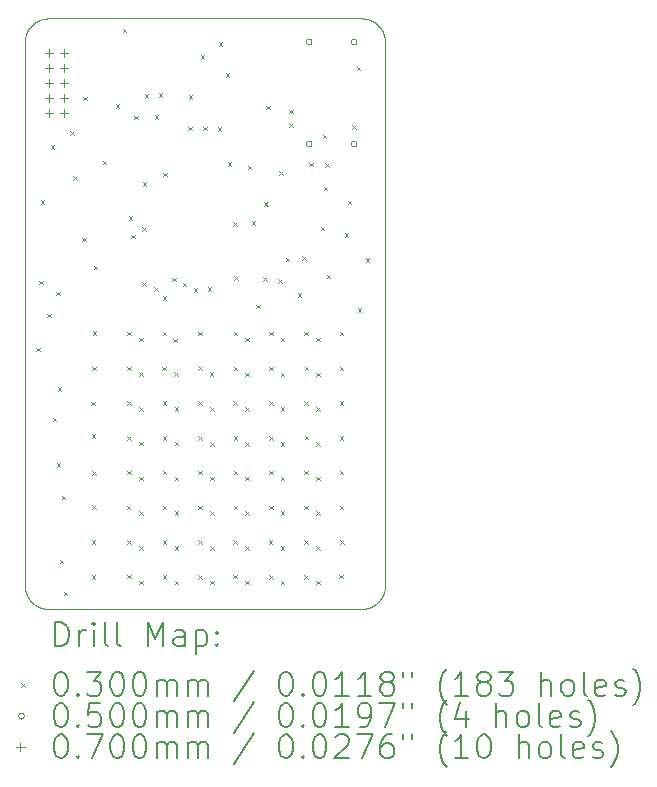
<source format=gbr>
%TF.GenerationSoftware,KiCad,Pcbnew,8.0.2*%
%TF.CreationDate,2024-08-28T15:29:38+05:30*%
%TF.ProjectId,CTF LED matrix,43544620-4c45-4442-906d-61747269782e,rev?*%
%TF.SameCoordinates,Original*%
%TF.FileFunction,Drillmap*%
%TF.FilePolarity,Positive*%
%FSLAX45Y45*%
G04 Gerber Fmt 4.5, Leading zero omitted, Abs format (unit mm)*
G04 Created by KiCad (PCBNEW 8.0.2) date 2024-08-28 15:29:38*
%MOMM*%
%LPD*%
G01*
G04 APERTURE LIST*
%ADD10C,0.050000*%
%ADD11C,0.200000*%
%ADD12C,0.100000*%
G04 APERTURE END LIST*
D10*
X15963844Y-12224703D02*
X15961391Y-12224778D01*
X15968747Y-12224462D02*
X15966297Y-12224597D01*
X15961391Y-12224778D02*
X15958937Y-12224823D01*
X15971196Y-12224296D02*
X15968747Y-12224462D01*
X15966297Y-12224597D02*
X15963844Y-12224703D01*
X15956483Y-12224838D02*
X13306483Y-12224838D01*
X15958937Y-12224823D02*
X15956483Y-12224838D01*
X16111085Y-12151717D02*
X16109517Y-12153604D01*
X16109517Y-12153604D02*
X16107925Y-12155473D01*
X16114152Y-12147884D02*
X16112630Y-12149810D01*
X16117125Y-12143978D02*
X16115650Y-12145940D01*
X16126754Y-12129756D02*
X16125454Y-12131838D01*
X16125454Y-12131838D02*
X16124128Y-12133903D01*
X16118574Y-12141998D02*
X16117125Y-12143978D01*
X16120000Y-12140000D02*
X16118574Y-12141998D01*
X16122777Y-12135952D02*
X16121401Y-12137984D01*
X16128029Y-12127659D02*
X16126754Y-12129756D01*
X16129278Y-12125546D02*
X16128029Y-12127659D01*
X16132867Y-12119117D02*
X16131697Y-12121275D01*
X16136218Y-12112561D02*
X16135128Y-12114760D01*
X16142184Y-12099101D02*
X16141259Y-12101375D01*
X16147871Y-12082895D02*
X16147144Y-12085239D01*
X16148569Y-12080542D02*
X16147871Y-12082895D01*
X16149238Y-12078181D02*
X16148569Y-12080542D01*
X16154318Y-12054184D02*
X16153943Y-12056610D01*
X16154979Y-12049320D02*
X16154664Y-12051754D01*
X16151623Y-12068658D02*
X16151071Y-12071050D01*
X16149878Y-12075811D02*
X16149238Y-12078181D01*
X16155746Y-7407678D02*
X16155941Y-7410125D01*
X16152147Y-12066260D02*
X16151623Y-12068658D01*
X16153104Y-12061446D02*
X16152640Y-12063856D01*
X16154664Y-12051754D02*
X16154318Y-12054184D01*
X16153943Y-12056610D02*
X16153539Y-12059030D01*
X16155264Y-12046882D02*
X16154979Y-12049320D01*
X16134011Y-12116946D02*
X16132867Y-12119117D01*
X16150489Y-12073434D02*
X16149878Y-12075811D01*
X16135128Y-12114760D02*
X16134011Y-12116946D01*
X16138317Y-12108124D02*
X16137281Y-12110349D01*
X16156242Y-12034652D02*
X16156107Y-12037102D01*
X16156423Y-12029746D02*
X16156348Y-12032199D01*
X16141259Y-12101375D02*
X16140306Y-12103636D01*
X16145605Y-12089900D02*
X16144792Y-12092216D01*
X16152640Y-12063856D02*
X16152147Y-12066260D01*
X16155520Y-12044441D02*
X16155264Y-12046882D01*
X16156348Y-12032199D02*
X16156242Y-12034652D01*
X16156107Y-7412574D02*
X16156242Y-7415024D01*
X16156242Y-7415024D02*
X16156348Y-7417477D01*
X16155941Y-7410125D02*
X16156107Y-7412574D01*
X16156423Y-7419930D02*
X16156468Y-7422384D01*
X16155746Y-12041998D02*
X16155520Y-12044441D01*
X16124128Y-12133903D02*
X16122777Y-12135952D01*
X16121401Y-12137984D02*
X16120000Y-12140000D01*
X16143082Y-12096817D02*
X16142184Y-12099101D01*
X16146389Y-12087574D02*
X16145605Y-12089900D01*
X16156348Y-7417477D02*
X16156423Y-7419930D01*
X16156483Y-12024838D02*
X16156468Y-12027292D01*
X16112630Y-12149810D02*
X16111085Y-12151717D01*
X16115650Y-12145940D02*
X16114152Y-12147884D01*
X16139325Y-12105886D02*
X16138317Y-12108124D01*
X16140306Y-12103636D02*
X16139325Y-12105886D01*
X16156468Y-12027292D02*
X16156423Y-12029746D01*
X16156468Y-7422384D02*
X16156483Y-7424838D01*
X16131697Y-12121275D02*
X16130500Y-12123418D01*
X16156483Y-7424838D02*
X16156483Y-12024838D01*
X16137281Y-12110349D02*
X16136218Y-12112561D01*
X16130500Y-12123418D02*
X16129278Y-12125546D01*
X16143951Y-12094522D02*
X16143082Y-12096817D01*
X16144792Y-12092216D02*
X16143951Y-12094522D01*
X16147144Y-12085239D02*
X16146389Y-12087574D01*
X16153539Y-12059030D02*
X16153104Y-12061446D01*
X16151071Y-12071050D02*
X16150489Y-12073434D01*
X16155941Y-12039551D02*
X16155746Y-12041998D01*
X16156107Y-12037102D02*
X16155941Y-12039551D01*
X16155520Y-7405235D02*
X16155746Y-7407678D01*
X16155264Y-7402794D02*
X16155520Y-7405235D01*
X16154979Y-7400356D02*
X16155264Y-7402794D01*
X16145605Y-7359776D02*
X16146389Y-7362102D01*
X16149238Y-7371495D02*
X16149878Y-7373865D01*
X16154664Y-7397922D02*
X16154979Y-7400356D01*
X16154318Y-7395492D02*
X16154664Y-7397922D01*
X16153943Y-7393066D02*
X16154318Y-7395492D01*
X16147871Y-7366781D02*
X16148569Y-7369134D01*
X16153539Y-7390646D02*
X16153943Y-7393066D01*
X16153104Y-7388230D02*
X16153539Y-7390646D01*
X16152640Y-7385820D02*
X16153104Y-7388230D01*
X16152147Y-7383416D02*
X16152640Y-7385820D01*
X16151623Y-7381018D02*
X16152147Y-7383416D01*
X16148569Y-7369134D02*
X16149238Y-7371495D01*
X16142184Y-7350575D02*
X16143082Y-7352859D01*
X16094391Y-7279989D02*
X16096158Y-7281692D01*
X16130500Y-7326258D02*
X16131697Y-7328401D01*
X16151071Y-7378626D02*
X16151623Y-7381018D01*
X16146389Y-7362102D02*
X16147144Y-7364437D01*
X16101332Y-7286930D02*
X16103014Y-7288718D01*
X16150489Y-7376242D02*
X16151071Y-7378626D01*
X16092603Y-7278307D02*
X16094391Y-7279989D01*
X16143082Y-7352859D02*
X16143951Y-7355154D01*
X16149878Y-7373865D02*
X16150489Y-7376242D01*
X16147144Y-7364437D02*
X16147871Y-7366781D01*
X16122777Y-7313724D02*
X16124128Y-7315773D01*
X16111085Y-7297959D02*
X16112630Y-7299866D01*
X16143951Y-7355154D02*
X16144792Y-7357460D01*
X16141259Y-7348301D02*
X16142184Y-7350575D01*
X16134011Y-7332730D02*
X16135128Y-7334916D01*
X16129278Y-7324130D02*
X16130500Y-7326258D01*
X16097904Y-7283417D02*
X16099629Y-7285163D01*
X16140306Y-7346040D02*
X16141259Y-7348301D01*
X16139325Y-7343790D02*
X16140306Y-7346040D01*
X16118574Y-7307678D02*
X16120000Y-7309676D01*
X16085249Y-7271804D02*
X16087118Y-7273396D01*
X16106310Y-7292355D02*
X16107925Y-7294203D01*
X16103014Y-7288718D02*
X16104673Y-7290526D01*
X16109517Y-7296072D02*
X16111085Y-7297959D01*
X16088966Y-7275011D02*
X16090795Y-7276648D01*
X16138317Y-7341552D02*
X16139325Y-7343790D01*
X16136218Y-7337115D02*
X16137281Y-7339327D01*
X16135128Y-7334916D02*
X16136218Y-7337115D01*
X16107925Y-7294203D02*
X16109517Y-7296072D01*
X16132867Y-7330559D02*
X16134011Y-7332730D01*
X16131697Y-7328401D02*
X16132867Y-7330559D01*
X16128029Y-7322017D02*
X16129278Y-7324130D01*
X16124128Y-7315773D02*
X16125454Y-7317838D01*
X16117125Y-7305698D02*
X16118574Y-7307678D01*
X16114152Y-7301792D02*
X16115650Y-7303736D01*
X16115650Y-7303736D02*
X16117125Y-7305698D01*
X16090795Y-7276648D02*
X16092603Y-7278307D01*
X16087118Y-7273396D02*
X16088966Y-7275011D01*
X16112630Y-7299866D02*
X16114152Y-7301792D01*
X16126754Y-7319920D02*
X16128029Y-7322017D01*
X16099629Y-7285163D02*
X16101332Y-7286930D01*
X16104673Y-7290526D02*
X16106310Y-7292355D01*
X16096158Y-7281692D02*
X16097904Y-7283417D01*
X16120000Y-7309676D02*
X16121401Y-7311692D01*
X16125454Y-7317838D02*
X16126754Y-7319920D01*
X16137281Y-7339327D02*
X16138317Y-7341552D01*
X16144792Y-7357460D02*
X16145605Y-7359776D01*
X16121401Y-7311692D02*
X16122777Y-7313724D01*
X15973643Y-12224101D02*
X15971196Y-12224296D01*
X15976086Y-12223875D02*
X15973643Y-12224101D01*
X15978527Y-12223619D02*
X15976086Y-12223875D01*
X15980965Y-12223334D02*
X15978527Y-12223619D01*
X15983399Y-12223019D02*
X15980965Y-12223334D01*
X15985829Y-12222673D02*
X15983399Y-12223019D01*
X15988255Y-12222298D02*
X15985829Y-12222673D01*
X15990675Y-12221894D02*
X15988255Y-12222298D01*
X15995501Y-12220995D02*
X15993091Y-12221459D01*
X16000303Y-12219978D02*
X15997905Y-12220502D01*
X16005079Y-12218844D02*
X16002695Y-12219426D01*
X16007456Y-12218233D02*
X16005079Y-12218844D01*
X16012187Y-12216924D02*
X16009826Y-12217593D01*
X16014540Y-12216226D02*
X16012187Y-12216924D01*
X16016884Y-12215499D02*
X16014540Y-12216226D01*
X16026167Y-12212306D02*
X16023861Y-12213147D01*
X16033020Y-12209614D02*
X16030746Y-12210539D01*
X16035281Y-12208661D02*
X16033020Y-12209614D01*
X16037531Y-12207680D02*
X16035281Y-12208661D01*
X16039769Y-12206672D02*
X16037531Y-12207680D01*
X16044206Y-12204573D02*
X16041994Y-12205636D01*
X16052920Y-12200052D02*
X16050762Y-12201222D01*
X16061401Y-12195109D02*
X16059304Y-12196384D01*
X16050762Y-12201222D02*
X16048591Y-12202366D01*
X16046405Y-12203483D02*
X16044206Y-12204573D01*
X16055063Y-12198855D02*
X16052920Y-12200052D01*
X16063483Y-12193809D02*
X16061401Y-12195109D01*
X16073643Y-12186929D02*
X16071645Y-12188355D01*
X16081455Y-12180985D02*
X16079529Y-12182507D01*
X16097904Y-12166259D02*
X16096158Y-12167984D01*
X16083362Y-12179440D02*
X16081455Y-12180985D01*
X16077585Y-12184005D02*
X16075623Y-12185480D01*
X16079529Y-12182507D02*
X16077585Y-12184005D01*
X16090795Y-12173028D02*
X16088966Y-12174665D01*
X16092603Y-12171369D02*
X16090795Y-12173028D01*
X16096158Y-12167984D02*
X16094391Y-12169687D01*
X16107925Y-12155473D02*
X16106310Y-12157321D01*
X16104673Y-12159150D02*
X16103014Y-12160958D01*
X16057191Y-12197633D02*
X16055063Y-12198855D01*
X16059304Y-12196384D02*
X16057191Y-12197633D01*
X16085249Y-12177872D02*
X16083362Y-12179440D01*
X16103014Y-12160958D02*
X16101332Y-12162746D01*
X16099629Y-12164513D02*
X16097904Y-12166259D01*
X16075623Y-12185480D02*
X16073643Y-12186929D01*
X16094391Y-12169687D02*
X16092603Y-12171369D01*
X16087118Y-12176280D02*
X16085249Y-12177872D01*
X16065548Y-12192483D02*
X16063483Y-12193809D01*
X16019219Y-12214744D02*
X16016884Y-12215499D01*
X16106310Y-12157321D02*
X16104673Y-12159150D01*
X16009826Y-12217593D02*
X16007456Y-12218233D01*
X16023861Y-12213147D02*
X16021545Y-12213960D01*
X16088966Y-12174665D02*
X16087118Y-12176280D01*
X16069629Y-12189756D02*
X16067597Y-12191132D01*
X16041994Y-12205636D02*
X16039769Y-12206672D01*
X15997905Y-12220502D02*
X15995501Y-12220995D01*
X15993091Y-12221459D02*
X15990675Y-12221894D01*
X16030746Y-12210539D02*
X16028462Y-12211437D01*
X16002695Y-12219426D02*
X16000303Y-12219978D01*
X16071645Y-12188355D02*
X16069629Y-12189756D01*
X16101332Y-12162746D02*
X16099629Y-12164513D01*
X16048591Y-12202366D02*
X16046405Y-12203483D01*
X16067597Y-12191132D02*
X16065548Y-12192483D01*
X16021545Y-12213960D02*
X16019219Y-12214744D01*
X16028462Y-12211437D02*
X16026167Y-12212306D01*
X16014540Y-7233450D02*
X16016884Y-7234177D01*
X16055063Y-7250821D02*
X16057191Y-7252043D01*
X16075623Y-7264196D02*
X16077585Y-7265671D01*
X16026167Y-7237370D02*
X16028462Y-7238239D01*
X16030746Y-7239137D02*
X16033020Y-7240062D01*
X16067597Y-7258544D02*
X16069629Y-7259920D01*
X16065548Y-7257193D02*
X16067597Y-7258544D01*
X16052920Y-7249624D02*
X16055063Y-7250821D01*
X16039769Y-7243004D02*
X16041994Y-7244040D01*
X16037531Y-7241996D02*
X16039769Y-7243004D01*
X16035281Y-7241015D02*
X16037531Y-7241996D01*
X16016884Y-7234177D02*
X16019219Y-7234932D01*
X16028462Y-7238239D02*
X16030746Y-7239137D01*
X16083362Y-7270236D02*
X16085249Y-7271804D01*
X16081455Y-7268691D02*
X16083362Y-7270236D01*
X16050762Y-7248454D02*
X16052920Y-7249624D01*
X16077585Y-7265671D02*
X16079529Y-7267169D01*
X16063483Y-7255867D02*
X16065548Y-7257193D01*
X16041994Y-7244040D02*
X16044206Y-7245103D01*
X16046405Y-7246193D02*
X16048591Y-7247310D01*
X16048591Y-7247310D02*
X16050762Y-7248454D01*
X16021545Y-7235716D02*
X16023861Y-7236529D01*
X16073643Y-7262747D02*
X16075623Y-7264196D01*
X16057191Y-7252043D02*
X16059304Y-7253292D01*
X16071645Y-7261321D02*
X16073643Y-7262747D01*
X16059304Y-7253292D02*
X16061401Y-7254567D01*
X16019219Y-7234932D02*
X16021545Y-7235716D01*
X16044206Y-7245103D02*
X16046405Y-7246193D01*
X16023861Y-7236529D02*
X16026167Y-7237370D01*
X16061401Y-7254567D02*
X16063483Y-7255867D01*
X16033020Y-7240062D02*
X16035281Y-7241015D01*
X16079529Y-7267169D02*
X16081455Y-7268691D01*
X16069629Y-7259920D02*
X16071645Y-7261321D01*
X16012187Y-7232752D02*
X16014540Y-7233450D01*
X16009826Y-7232083D02*
X16012187Y-7232752D01*
X16007456Y-7231443D02*
X16009826Y-7232083D01*
X16005079Y-7230832D02*
X16007456Y-7231443D01*
X16002695Y-7230250D02*
X16005079Y-7230832D01*
X16000303Y-7229698D02*
X16002695Y-7230250D01*
X15997905Y-7229174D02*
X16000303Y-7229698D01*
X15990675Y-7227782D02*
X15993091Y-7228217D01*
X15988255Y-7227378D02*
X15990675Y-7227782D01*
X15983399Y-7226657D02*
X15985829Y-7227003D01*
X15978527Y-7226057D02*
X15980965Y-7226342D01*
X15976086Y-7225801D02*
X15978527Y-7226057D01*
X15963844Y-7224973D02*
X15966297Y-7225079D01*
X13299122Y-7224973D02*
X13301575Y-7224898D01*
X13286880Y-7225801D02*
X13289323Y-7225575D01*
X13279567Y-7226657D02*
X13282001Y-7226342D01*
X13232220Y-7239137D02*
X13234504Y-7238239D01*
X13277137Y-7227003D02*
X13279567Y-7226657D01*
X13274711Y-7227378D02*
X13277137Y-7227003D01*
X13246082Y-7234177D02*
X13248426Y-7233450D01*
X13236799Y-7237370D02*
X13239105Y-7236529D01*
X13214375Y-7247310D02*
X13216561Y-7246193D01*
X15973643Y-7225575D02*
X15976086Y-7225801D01*
X13306483Y-7224838D02*
X15956483Y-7224838D01*
X13301575Y-7224898D02*
X13304029Y-7224853D01*
X13250779Y-7232752D02*
X13253140Y-7232083D01*
X15971196Y-7225380D02*
X15973643Y-7225575D01*
X15968747Y-7225214D02*
X15971196Y-7225380D01*
X13262663Y-7229698D02*
X13265061Y-7229174D01*
X13253140Y-7232083D02*
X13255510Y-7231443D01*
X15961391Y-7224898D02*
X15963844Y-7224973D01*
X15956483Y-7224838D02*
X15958937Y-7224853D01*
X13257887Y-7230832D02*
X13260271Y-7230250D01*
X13239105Y-7236529D02*
X13241421Y-7235716D01*
X13282001Y-7226342D02*
X13284439Y-7226057D01*
X13234504Y-7238239D02*
X13236799Y-7237370D01*
X13260271Y-7230250D02*
X13262663Y-7229698D01*
X13255510Y-7231443D02*
X13257887Y-7230832D01*
X13248426Y-7233450D02*
X13250779Y-7232752D01*
X13241421Y-7235716D02*
X13243747Y-7234932D01*
X13229946Y-7240062D02*
X13232220Y-7239137D01*
X13225435Y-7241996D02*
X13227685Y-7241015D01*
X13218760Y-7245103D02*
X13220972Y-7244040D01*
X15966297Y-7225079D02*
X15968747Y-7225214D01*
X15958937Y-7224853D02*
X15961391Y-7224898D01*
X13272291Y-7227782D02*
X13274711Y-7227378D01*
X13289323Y-7225575D02*
X13291770Y-7225380D01*
X13267465Y-7228681D02*
X13269875Y-7228217D01*
X13220972Y-7244040D02*
X13223197Y-7243004D01*
X13216561Y-7246193D02*
X13218760Y-7245103D01*
X13243747Y-7234932D02*
X13246082Y-7234177D01*
X13265061Y-7229174D02*
X13267465Y-7228681D01*
X13223197Y-7243004D02*
X13225435Y-7241996D01*
X15993091Y-7228217D02*
X15995501Y-7228681D01*
X15995501Y-7228681D02*
X15997905Y-7229174D01*
X13269875Y-7228217D02*
X13272291Y-7227782D01*
X15985829Y-7227003D02*
X15988255Y-7227378D01*
X15980965Y-7226342D02*
X15983399Y-7226657D01*
X13294219Y-7225214D02*
X13296669Y-7225079D01*
X13291770Y-7225380D02*
X13294219Y-7225214D01*
X13304029Y-7224853D02*
X13306483Y-7224838D01*
X13296669Y-7225079D02*
X13299122Y-7224973D01*
X13284439Y-7226057D02*
X13286880Y-7225801D01*
X13227685Y-7241015D02*
X13229946Y-7240062D01*
X13153449Y-7296072D02*
X13155041Y-7294203D01*
X13203662Y-7253292D02*
X13205775Y-7252043D01*
X13158293Y-7290526D02*
X13159952Y-7288718D01*
X13199483Y-7255867D02*
X13201565Y-7254567D01*
X13168575Y-7279989D02*
X13170363Y-7278307D01*
X13205775Y-7252043D02*
X13207903Y-7250821D01*
X13181511Y-7268691D02*
X13183437Y-7267169D01*
X13151881Y-7297959D02*
X13153449Y-7296072D01*
X13185381Y-7265671D02*
X13187343Y-7264196D01*
X13183437Y-7267169D02*
X13185381Y-7265671D01*
X13155041Y-7294203D02*
X13156656Y-7292355D01*
X13175848Y-7273396D02*
X13177717Y-7271804D01*
X13212204Y-7248454D02*
X13214375Y-7247310D01*
X13177717Y-7271804D02*
X13179604Y-7270236D01*
X13197418Y-7257193D02*
X13199483Y-7255867D01*
X13166808Y-7281692D02*
X13168575Y-7279989D01*
X13207903Y-7250821D02*
X13210046Y-7249624D01*
X13201565Y-7254567D02*
X13203662Y-7253292D01*
X13195369Y-7258544D02*
X13197418Y-7257193D01*
X13189323Y-7262747D02*
X13191321Y-7261321D01*
X13179604Y-7270236D02*
X13181511Y-7268691D01*
X13172171Y-7276648D02*
X13174000Y-7275011D01*
X13170363Y-7278307D02*
X13172171Y-7276648D01*
X13163337Y-7285163D02*
X13165062Y-7283417D01*
X13156656Y-7292355D02*
X13158293Y-7290526D01*
X13161634Y-7286930D02*
X13163337Y-7285163D01*
X13191321Y-7261321D02*
X13193337Y-7259920D01*
X13210046Y-7249624D02*
X13212204Y-7248454D01*
X13187343Y-7264196D02*
X13189323Y-7262747D01*
X13174000Y-7275011D02*
X13175848Y-7273396D01*
X13193337Y-7259920D02*
X13195369Y-7258544D01*
X13165062Y-7283417D02*
X13166808Y-7281692D01*
X13159952Y-7288718D02*
X13161634Y-7286930D01*
X13142966Y-7309676D02*
X13144392Y-7307678D01*
X13148814Y-7301792D02*
X13150336Y-7299866D01*
X13147316Y-7303736D02*
X13148814Y-7301792D01*
X13144392Y-7307678D02*
X13145841Y-7305698D01*
X13145841Y-7305698D02*
X13147316Y-7303736D01*
X13141565Y-7311692D02*
X13142966Y-7309676D01*
X13137512Y-7317838D02*
X13138838Y-7315773D01*
X13136212Y-7319920D02*
X13137512Y-7317838D01*
X13133688Y-7324130D02*
X13134937Y-7322017D01*
X13134937Y-7322017D02*
X13136212Y-7319920D01*
X13131269Y-7328401D02*
X13132466Y-7326258D01*
X13130099Y-7330559D02*
X13131269Y-7328401D01*
X13124649Y-7341552D02*
X13125685Y-7339327D01*
X13126748Y-7337115D02*
X13127838Y-7334916D01*
X13123641Y-7343790D02*
X13124649Y-7341552D01*
X13117361Y-7359776D02*
X13118174Y-7357460D01*
X13107220Y-7407678D02*
X13107446Y-7405235D01*
X13119015Y-7355154D02*
X13119884Y-7352859D01*
X13116577Y-7362102D02*
X13117361Y-7359776D01*
X13109023Y-7393066D02*
X13109427Y-7390646D01*
X13115822Y-7364437D02*
X13116577Y-7362102D01*
X13107702Y-7402794D02*
X13107987Y-7400356D01*
X13125685Y-7339327D02*
X13126748Y-7337115D01*
X13109862Y-7388230D02*
X13110326Y-7385820D01*
X13106543Y-7419930D02*
X13106618Y-7417477D01*
X13107025Y-12039551D02*
X13106859Y-12037102D01*
X13118174Y-7357460D02*
X13119015Y-7355154D01*
X13112477Y-7376242D02*
X13113088Y-7373865D01*
X13111895Y-7378626D02*
X13112477Y-7376242D01*
X13110326Y-7385820D02*
X13110819Y-7383416D01*
X13111343Y-7381018D02*
X13111895Y-7378626D01*
X13106483Y-12024838D02*
X13106483Y-7424838D01*
X13106498Y-12027292D02*
X13106483Y-12024838D01*
X13107987Y-7400356D02*
X13108302Y-7397922D01*
X13110819Y-7383416D02*
X13111343Y-7381018D01*
X13107446Y-7405235D02*
X13107702Y-7402794D01*
X13109427Y-7390646D02*
X13109862Y-7388230D01*
X13108302Y-7397922D02*
X13108648Y-7395492D01*
X13107025Y-7410125D02*
X13107220Y-7407678D01*
X13106483Y-7424838D02*
X13106498Y-7422384D01*
X13106618Y-12032199D02*
X13106543Y-12029746D01*
X13106724Y-7415024D02*
X13106859Y-7412574D01*
X13127838Y-7334916D02*
X13128955Y-7332730D01*
X13120782Y-7350575D02*
X13121707Y-7348301D01*
X13106859Y-12037102D02*
X13106724Y-12034652D01*
X13115095Y-7366781D02*
X13115822Y-7364437D01*
X13106498Y-7422384D02*
X13106543Y-7419930D01*
X13150336Y-7299866D02*
X13151881Y-7297959D01*
X13138838Y-7315773D02*
X13140189Y-7313724D01*
X13113728Y-7371495D02*
X13114397Y-7369134D01*
X13108648Y-7395492D02*
X13109023Y-7393066D01*
X13113088Y-7373865D02*
X13113728Y-7371495D01*
X13106618Y-7417477D02*
X13106724Y-7415024D01*
X13140189Y-7313724D02*
X13141565Y-7311692D01*
X13122660Y-7346040D02*
X13123641Y-7343790D01*
X13114397Y-7369134D02*
X13115095Y-7366781D01*
X13121707Y-7348301D02*
X13122660Y-7346040D01*
X13132466Y-7326258D02*
X13133688Y-7324130D01*
X13128955Y-7332730D02*
X13130099Y-7330559D01*
X13106724Y-12034652D02*
X13106618Y-12032199D01*
X13107220Y-12041998D02*
X13107025Y-12039551D01*
X13106543Y-12029746D02*
X13106498Y-12027292D01*
X13119884Y-7352859D02*
X13120782Y-7350575D01*
X13106859Y-7412574D02*
X13107025Y-7410125D01*
X13128955Y-12116946D02*
X13127838Y-12114760D01*
X13119015Y-12094522D02*
X13118174Y-12092216D01*
X13127838Y-12114760D02*
X13126748Y-12112561D01*
X13114397Y-12080542D02*
X13113728Y-12078181D01*
X13124649Y-12108124D02*
X13123641Y-12105886D01*
X13123641Y-12105886D02*
X13122660Y-12103636D01*
X13109862Y-12061446D02*
X13109427Y-12059030D01*
X13122660Y-12103636D02*
X13121707Y-12101375D01*
X13120782Y-12099101D02*
X13119884Y-12096817D01*
X13125685Y-12110349D02*
X13124649Y-12108124D01*
X13111895Y-12071050D02*
X13111343Y-12068658D01*
X13107446Y-12044441D02*
X13107220Y-12041998D01*
X13111343Y-12068658D02*
X13110819Y-12066260D01*
X13107702Y-12046882D02*
X13107446Y-12044441D01*
X13115095Y-12082895D02*
X13114397Y-12080542D01*
X13130099Y-12119117D02*
X13128955Y-12116946D01*
X13126748Y-12112561D02*
X13125685Y-12110349D01*
X13107987Y-12049320D02*
X13107702Y-12046882D01*
X13108648Y-12054184D02*
X13108302Y-12051754D01*
X13110819Y-12066260D02*
X13110326Y-12063856D01*
X13113088Y-12075811D02*
X13112477Y-12073434D01*
X13113728Y-12078181D02*
X13113088Y-12075811D01*
X13116577Y-12087574D02*
X13115822Y-12085239D01*
X13119884Y-12096817D02*
X13119015Y-12094522D01*
X13117361Y-12089900D02*
X13116577Y-12087574D01*
X13109023Y-12056610D02*
X13108648Y-12054184D01*
X13108302Y-12051754D02*
X13107987Y-12049320D01*
X13109427Y-12059030D02*
X13109023Y-12056610D01*
X13112477Y-12073434D02*
X13111895Y-12071050D01*
X13110326Y-12063856D02*
X13109862Y-12061446D01*
X13115822Y-12085239D02*
X13115095Y-12082895D01*
X13118174Y-12092216D02*
X13117361Y-12089900D01*
X13121707Y-12101375D02*
X13120782Y-12099101D01*
X13132466Y-12123418D02*
X13131269Y-12121275D01*
X13131269Y-12121275D02*
X13130099Y-12119117D01*
X13133688Y-12125546D02*
X13132466Y-12123418D01*
X13136212Y-12129756D02*
X13134937Y-12127659D01*
X13137512Y-12131838D02*
X13136212Y-12129756D01*
X13138838Y-12133903D02*
X13137512Y-12131838D01*
X13140189Y-12135952D02*
X13138838Y-12133903D01*
X13165062Y-12166259D02*
X13163337Y-12164513D01*
X13163337Y-12164513D02*
X13161634Y-12162746D01*
X13141565Y-12137984D02*
X13140189Y-12135952D01*
X13144392Y-12141998D02*
X13142966Y-12140000D01*
X13145841Y-12143978D02*
X13144392Y-12141998D01*
X13147316Y-12145940D02*
X13145841Y-12143978D01*
X13148814Y-12147884D02*
X13147316Y-12145940D01*
X13168575Y-12169687D02*
X13166808Y-12167984D01*
X13153449Y-12153604D02*
X13151881Y-12151717D01*
X13203662Y-12196384D02*
X13201565Y-12195109D01*
X13210046Y-12200052D02*
X13207903Y-12198855D01*
X13234504Y-12211437D02*
X13232220Y-12210539D01*
X13185381Y-12184005D02*
X13183437Y-12182507D01*
X13166808Y-12167984D02*
X13165062Y-12166259D01*
X13161634Y-12162746D02*
X13159952Y-12160958D01*
X13181511Y-12180985D02*
X13179604Y-12179440D01*
X13197418Y-12192483D02*
X13195369Y-12191132D01*
X13207903Y-12198855D02*
X13205775Y-12197633D01*
X13189323Y-12186929D02*
X13187343Y-12185480D01*
X13150336Y-12149810D02*
X13148814Y-12147884D01*
X13248426Y-12216226D02*
X13246082Y-12215499D01*
X13151881Y-12151717D02*
X13150336Y-12149810D01*
X13155041Y-12155473D02*
X13153449Y-12153604D01*
X13156656Y-12157321D02*
X13155041Y-12155473D01*
X13227685Y-12208661D02*
X13225435Y-12207680D01*
X13158293Y-12159150D02*
X13156656Y-12157321D01*
X13236799Y-12212306D02*
X13234504Y-12211437D01*
X13159952Y-12160958D02*
X13158293Y-12159150D01*
X13174000Y-12174665D02*
X13172171Y-12173028D01*
X13175848Y-12176280D02*
X13174000Y-12174665D01*
X13187343Y-12185480D02*
X13185381Y-12184005D01*
X13214375Y-12202366D02*
X13212204Y-12201222D01*
X13177717Y-12177872D02*
X13175848Y-12176280D01*
X13183437Y-12182507D02*
X13181511Y-12180985D01*
X13201565Y-12195109D02*
X13199483Y-12193809D01*
X13191321Y-12188355D02*
X13189323Y-12186929D01*
X13223197Y-12206672D02*
X13220972Y-12205636D01*
X13218760Y-12204573D02*
X13216561Y-12203483D01*
X13179604Y-12179440D02*
X13177717Y-12177872D01*
X13216561Y-12203483D02*
X13214375Y-12202366D01*
X13195369Y-12191132D02*
X13193337Y-12189756D01*
X13172171Y-12173028D02*
X13170363Y-12171369D01*
X13212204Y-12201222D02*
X13210046Y-12200052D01*
X13134937Y-12127659D02*
X13133688Y-12125546D01*
X13142966Y-12140000D02*
X13141565Y-12137984D01*
X13205775Y-12197633D02*
X13203662Y-12196384D01*
X13246082Y-12215499D02*
X13243747Y-12214744D01*
X13193337Y-12189756D02*
X13191321Y-12188355D01*
X13199483Y-12193809D02*
X13197418Y-12192483D01*
X13225435Y-12207680D02*
X13223197Y-12206672D01*
X13241421Y-12213960D02*
X13239105Y-12213147D01*
X13229946Y-12209614D02*
X13227685Y-12208661D01*
X13232220Y-12210539D02*
X13229946Y-12209614D01*
X13239105Y-12213147D02*
X13236799Y-12212306D01*
X13243747Y-12214744D02*
X13241421Y-12213960D01*
X13220972Y-12205636D02*
X13218760Y-12204573D01*
X13170363Y-12171369D02*
X13168575Y-12169687D01*
X13265061Y-12220502D02*
X13262663Y-12219978D01*
X13279567Y-12223019D02*
X13277137Y-12222673D01*
X13289323Y-12224101D02*
X13286880Y-12223875D01*
X13304029Y-12224823D02*
X13301575Y-12224778D01*
X13291770Y-12224296D02*
X13289323Y-12224101D01*
X13286880Y-12223875D02*
X13284439Y-12223619D01*
X13257887Y-12218844D02*
X13255510Y-12218233D01*
X13260271Y-12219426D02*
X13257887Y-12218844D01*
X13269875Y-12221459D02*
X13267465Y-12220995D01*
X13274711Y-12222298D02*
X13272291Y-12221894D01*
X13262663Y-12219978D02*
X13260271Y-12219426D01*
X13296669Y-12224597D02*
X13294219Y-12224462D01*
X13250779Y-12216924D02*
X13248426Y-12216226D01*
X13267465Y-12220995D02*
X13265061Y-12220502D01*
X13282001Y-12223334D02*
X13279567Y-12223019D01*
X13299122Y-12224703D02*
X13296669Y-12224597D01*
X13294219Y-12224462D02*
X13291770Y-12224296D01*
X13284439Y-12223619D02*
X13282001Y-12223334D01*
X13306483Y-12224838D02*
X13304029Y-12224823D01*
X13277137Y-12222673D02*
X13274711Y-12222298D01*
X13253140Y-12217593D02*
X13250779Y-12216924D01*
X13255510Y-12218233D02*
X13253140Y-12217593D01*
X13272291Y-12221894D02*
X13269875Y-12221459D01*
X13301575Y-12224778D02*
X13299122Y-12224703D01*
D11*
D12*
X13201683Y-10011038D02*
X13231683Y-10041038D01*
X13231683Y-10011038D02*
X13201683Y-10041038D01*
X13226783Y-9445738D02*
X13256783Y-9475738D01*
X13256783Y-9445738D02*
X13226783Y-9475738D01*
X13242183Y-8765938D02*
X13272183Y-8795938D01*
X13272183Y-8765938D02*
X13242183Y-8795938D01*
X13298083Y-9723438D02*
X13328083Y-9753438D01*
X13328083Y-9723438D02*
X13298083Y-9753438D01*
X13326283Y-8299738D02*
X13356283Y-8329738D01*
X13356283Y-8299738D02*
X13326283Y-8329738D01*
X13344183Y-10604238D02*
X13374183Y-10634238D01*
X13374183Y-10604238D02*
X13344183Y-10634238D01*
X13370483Y-9539838D02*
X13400483Y-9569838D01*
X13400483Y-9539838D02*
X13370483Y-9569838D01*
X13375983Y-10988538D02*
X13405983Y-11018538D01*
X13405983Y-10988538D02*
X13375983Y-11018538D01*
X13386183Y-10348538D02*
X13416183Y-10378538D01*
X13416183Y-10348538D02*
X13386183Y-10378538D01*
X13403583Y-11807638D02*
X13433583Y-11837638D01*
X13433583Y-11807638D02*
X13403583Y-11837638D01*
X13419783Y-11267138D02*
X13449783Y-11297138D01*
X13449783Y-11267138D02*
X13419783Y-11297138D01*
X13436883Y-12079338D02*
X13466883Y-12109338D01*
X13466883Y-12079338D02*
X13436883Y-12109338D01*
X13489783Y-8178638D02*
X13519783Y-8208638D01*
X13519783Y-8178638D02*
X13489783Y-8208638D01*
X13515183Y-8560738D02*
X13545183Y-8590738D01*
X13545183Y-8560738D02*
X13515183Y-8590738D01*
X13590883Y-9082538D02*
X13620883Y-9112538D01*
X13620883Y-9082538D02*
X13590883Y-9112538D01*
X13603383Y-7887938D02*
X13633383Y-7917938D01*
X13633383Y-7887938D02*
X13603383Y-7917938D01*
X13670083Y-10471238D02*
X13700083Y-10501238D01*
X13700083Y-10471238D02*
X13670083Y-10501238D01*
X13671783Y-10747138D02*
X13701783Y-10777138D01*
X13701783Y-10747138D02*
X13671783Y-10777138D01*
X13674383Y-11642638D02*
X13704383Y-11672638D01*
X13704383Y-11642638D02*
X13674383Y-11672638D01*
X13674383Y-11938038D02*
X13704383Y-11968038D01*
X13704383Y-11938038D02*
X13674383Y-11968038D01*
X13677283Y-11057338D02*
X13707283Y-11087338D01*
X13707283Y-11057338D02*
X13677283Y-11087338D01*
X13678183Y-11344138D02*
X13708183Y-11374138D01*
X13708183Y-11344138D02*
X13678183Y-11374138D01*
X13678383Y-10174738D02*
X13708383Y-10204738D01*
X13708383Y-10174738D02*
X13678383Y-10204738D01*
X13682983Y-9871038D02*
X13712983Y-9901038D01*
X13712983Y-9871038D02*
X13682983Y-9901038D01*
X13688883Y-9317038D02*
X13718883Y-9347038D01*
X13718883Y-9317038D02*
X13688883Y-9347038D01*
X13767583Y-8429438D02*
X13797583Y-8459438D01*
X13797583Y-8429438D02*
X13767583Y-8459438D01*
X13875483Y-7948838D02*
X13905483Y-7978838D01*
X13905483Y-7948838D02*
X13875483Y-7978838D01*
X13936583Y-7311538D02*
X13966583Y-7341538D01*
X13966583Y-7311538D02*
X13936583Y-7341538D01*
X13969983Y-11350438D02*
X13999983Y-11380438D01*
X13999983Y-11350438D02*
X13969983Y-11380438D01*
X13971983Y-11054638D02*
X14001983Y-11084638D01*
X14001983Y-11054638D02*
X13971983Y-11084638D01*
X13973283Y-10760138D02*
X14003283Y-10790138D01*
X14003283Y-10760138D02*
X13973283Y-10790138D01*
X13973383Y-10172538D02*
X14003383Y-10202538D01*
X14003383Y-10172538D02*
X13973383Y-10202538D01*
X13973583Y-10465238D02*
X14003583Y-10495238D01*
X14003583Y-10465238D02*
X13973583Y-10495238D01*
X13973983Y-9878538D02*
X14003983Y-9908538D01*
X14003983Y-9878538D02*
X13973983Y-9908538D01*
X13975083Y-11934938D02*
X14005083Y-11964938D01*
X14005083Y-11934938D02*
X13975083Y-11964938D01*
X13975583Y-11643238D02*
X14005583Y-11673238D01*
X14005583Y-11643238D02*
X13975583Y-11673238D01*
X13986483Y-8899338D02*
X14016483Y-8929338D01*
X14016483Y-8899338D02*
X13986483Y-8929338D01*
X14005283Y-9055938D02*
X14035283Y-9085938D01*
X14035283Y-9055938D02*
X14005283Y-9085938D01*
X14033083Y-8047738D02*
X14063083Y-8077738D01*
X14063083Y-8047738D02*
X14033083Y-8077738D01*
X14073983Y-10515638D02*
X14103983Y-10545638D01*
X14103983Y-10515638D02*
X14073983Y-10545638D01*
X14073983Y-11103438D02*
X14103983Y-11133438D01*
X14103983Y-11103438D02*
X14073983Y-11133438D01*
X14073983Y-11397538D02*
X14103983Y-11427538D01*
X14103983Y-11397538D02*
X14073983Y-11427538D01*
X14074083Y-10809638D02*
X14104083Y-10839638D01*
X14104083Y-10809638D02*
X14074083Y-10839638D01*
X14074283Y-10221738D02*
X14104283Y-10251738D01*
X14104283Y-10221738D02*
X14074283Y-10251738D01*
X14074483Y-11986138D02*
X14104483Y-12016138D01*
X14104483Y-11986138D02*
X14074483Y-12016138D01*
X14074583Y-9927838D02*
X14104583Y-9957838D01*
X14104583Y-9927838D02*
X14074583Y-9957838D01*
X14075283Y-11692638D02*
X14105283Y-11722638D01*
X14105283Y-11692638D02*
X14075283Y-11722638D01*
X14100483Y-8992038D02*
X14130483Y-9022038D01*
X14130483Y-8992038D02*
X14100483Y-9022038D01*
X14102283Y-9459838D02*
X14132283Y-9489838D01*
X14132283Y-9459838D02*
X14102283Y-9489838D01*
X14106383Y-8613238D02*
X14136383Y-8643238D01*
X14136383Y-8613238D02*
X14106383Y-8643238D01*
X14120483Y-7868638D02*
X14150483Y-7898638D01*
X14150483Y-7868638D02*
X14120483Y-7898638D01*
X14201683Y-9498438D02*
X14231683Y-9528438D01*
X14231683Y-9498438D02*
X14201683Y-9528438D01*
X14207283Y-8043038D02*
X14237283Y-8073038D01*
X14237283Y-8043038D02*
X14207283Y-8073038D01*
X14238983Y-7858338D02*
X14268983Y-7888338D01*
X14268983Y-7858338D02*
X14238983Y-7888338D01*
X14271483Y-10173138D02*
X14301483Y-10203138D01*
X14301483Y-10173138D02*
X14271483Y-10203138D01*
X14273083Y-10466838D02*
X14303083Y-10496838D01*
X14303083Y-10466838D02*
X14273083Y-10496838D01*
X14273283Y-10760438D02*
X14303283Y-10790438D01*
X14303283Y-10760438D02*
X14273283Y-10790438D01*
X14273383Y-11643938D02*
X14303383Y-11673938D01*
X14303383Y-11643938D02*
X14273383Y-11673938D01*
X14273483Y-9878938D02*
X14303483Y-9908938D01*
X14303483Y-9878938D02*
X14273483Y-9908938D01*
X14273483Y-11348738D02*
X14303483Y-11378738D01*
X14303483Y-11348738D02*
X14273483Y-11378738D01*
X14273683Y-11055138D02*
X14303683Y-11085138D01*
X14303683Y-11055138D02*
X14273683Y-11085138D01*
X14273783Y-11938438D02*
X14303783Y-11968438D01*
X14303783Y-11938438D02*
X14273783Y-11968438D01*
X14274883Y-9578538D02*
X14304883Y-9608538D01*
X14304883Y-9578538D02*
X14274883Y-9608538D01*
X14280683Y-8530538D02*
X14310683Y-8560538D01*
X14310683Y-8530538D02*
X14280683Y-8560538D01*
X14353683Y-9419038D02*
X14383683Y-9449038D01*
X14383683Y-9419038D02*
X14353683Y-9449038D01*
X14364883Y-9935938D02*
X14394883Y-9965938D01*
X14394883Y-9935938D02*
X14364883Y-9965938D01*
X14373583Y-10221338D02*
X14403583Y-10251338D01*
X14403583Y-10221338D02*
X14373583Y-10251338D01*
X14374183Y-10515738D02*
X14404183Y-10545738D01*
X14404183Y-10515738D02*
X14374183Y-10545738D01*
X14374183Y-10809738D02*
X14404183Y-10839738D01*
X14404183Y-10809738D02*
X14374183Y-10839738D01*
X14374383Y-11397738D02*
X14404383Y-11427738D01*
X14404383Y-11397738D02*
X14374383Y-11427738D01*
X14374483Y-11692038D02*
X14404483Y-11722038D01*
X14404483Y-11692038D02*
X14374483Y-11722038D01*
X14374583Y-11103938D02*
X14404583Y-11133938D01*
X14404583Y-11103938D02*
X14374583Y-11133938D01*
X14374783Y-11986338D02*
X14404783Y-12016338D01*
X14404783Y-11986338D02*
X14374783Y-12016338D01*
X14445283Y-9461338D02*
X14475283Y-9491338D01*
X14475283Y-9461338D02*
X14445283Y-9491338D01*
X14488183Y-8140538D02*
X14518183Y-8170538D01*
X14518183Y-8140538D02*
X14488183Y-8170538D01*
X14495183Y-7876138D02*
X14525183Y-7906138D01*
X14525183Y-7876138D02*
X14495183Y-7906138D01*
X14536183Y-9511038D02*
X14566183Y-9541038D01*
X14566183Y-9511038D02*
X14536183Y-9541038D01*
X14573183Y-10170838D02*
X14603183Y-10200838D01*
X14603183Y-10170838D02*
X14573183Y-10200838D01*
X14573583Y-10760538D02*
X14603583Y-10790538D01*
X14603583Y-10760538D02*
X14573583Y-10790538D01*
X14573583Y-11936638D02*
X14603583Y-11966638D01*
X14603583Y-11936638D02*
X14573583Y-11966638D01*
X14573683Y-11350238D02*
X14603683Y-11380238D01*
X14603683Y-11350238D02*
X14573683Y-11380238D01*
X14573783Y-9877738D02*
X14603783Y-9907738D01*
X14603783Y-9877738D02*
X14573783Y-9907738D01*
X14573783Y-11054038D02*
X14603783Y-11084038D01*
X14603783Y-11054038D02*
X14573783Y-11084038D01*
X14573983Y-10465738D02*
X14603983Y-10495738D01*
X14603983Y-10465738D02*
X14573983Y-10495738D01*
X14575083Y-11641638D02*
X14605083Y-11671638D01*
X14605083Y-11641638D02*
X14575083Y-11671638D01*
X14594783Y-7534238D02*
X14624783Y-7564238D01*
X14624783Y-7534238D02*
X14594783Y-7564238D01*
X14615783Y-8142438D02*
X14645783Y-8172438D01*
X14645783Y-8142438D02*
X14615783Y-8172438D01*
X14654683Y-9499838D02*
X14684683Y-9529838D01*
X14684683Y-9499838D02*
X14654683Y-9529838D01*
X14673583Y-10222138D02*
X14703583Y-10252138D01*
X14703583Y-10222138D02*
X14673583Y-10252138D01*
X14674183Y-10516738D02*
X14704183Y-10546738D01*
X14704183Y-10516738D02*
X14674183Y-10546738D01*
X14674283Y-10810738D02*
X14704283Y-10840738D01*
X14704283Y-10810738D02*
X14674283Y-10840738D01*
X14674283Y-11104738D02*
X14704283Y-11134738D01*
X14704283Y-11104738D02*
X14674283Y-11134738D01*
X14674283Y-11986838D02*
X14704283Y-12016838D01*
X14704283Y-11986838D02*
X14674283Y-12016838D01*
X14674683Y-11399138D02*
X14704683Y-11429138D01*
X14704683Y-11399138D02*
X14674683Y-11429138D01*
X14674683Y-11693038D02*
X14704683Y-11723038D01*
X14704683Y-11693038D02*
X14674683Y-11723038D01*
X14738783Y-8145738D02*
X14768783Y-8175738D01*
X14768783Y-8145738D02*
X14738783Y-8175738D01*
X14748983Y-7426738D02*
X14778983Y-7456738D01*
X14778983Y-7426738D02*
X14748983Y-7456738D01*
X14808683Y-7690038D02*
X14838683Y-7720038D01*
X14838683Y-7690038D02*
X14808683Y-7720038D01*
X14825783Y-8443938D02*
X14855783Y-8473938D01*
X14855783Y-8443938D02*
X14825783Y-8473938D01*
X14872783Y-8950138D02*
X14902783Y-8980138D01*
X14902783Y-8950138D02*
X14872783Y-8980138D01*
X14873283Y-11936538D02*
X14903283Y-11966538D01*
X14903283Y-11936538D02*
X14873283Y-11966538D01*
X14873383Y-10466938D02*
X14903383Y-10496938D01*
X14903383Y-10466938D02*
X14873383Y-10496938D01*
X14873383Y-11643238D02*
X14903383Y-11673238D01*
X14903383Y-11643238D02*
X14873383Y-11673238D01*
X14873783Y-11054838D02*
X14903783Y-11084838D01*
X14903783Y-11054838D02*
X14873783Y-11084838D01*
X14873783Y-11348638D02*
X14903783Y-11378638D01*
X14903783Y-11348638D02*
X14873783Y-11378638D01*
X14873883Y-9879038D02*
X14903883Y-9909038D01*
X14903883Y-9879038D02*
X14873883Y-9909038D01*
X14873883Y-10172538D02*
X14903883Y-10202538D01*
X14903883Y-10172538D02*
X14873883Y-10202538D01*
X14874083Y-10759938D02*
X14904083Y-10789938D01*
X14904083Y-10759938D02*
X14874083Y-10789938D01*
X14879683Y-9407338D02*
X14909683Y-9437338D01*
X14909683Y-9407338D02*
X14879683Y-9437338D01*
X14973983Y-11986738D02*
X15003983Y-12016738D01*
X15003983Y-11986738D02*
X14973983Y-12016738D01*
X14974183Y-10516738D02*
X15004183Y-10546738D01*
X15004183Y-10516738D02*
X14974183Y-10546738D01*
X14974283Y-10810738D02*
X15004283Y-10840738D01*
X15004283Y-10810738D02*
X14974283Y-10840738D01*
X14974283Y-11692738D02*
X15004283Y-11722738D01*
X15004283Y-11692738D02*
X14974283Y-11722738D01*
X14974383Y-10222838D02*
X15004383Y-10252838D01*
X15004383Y-10222838D02*
X14974383Y-10252838D01*
X14974383Y-11398838D02*
X15004383Y-11428838D01*
X15004383Y-11398838D02*
X14974383Y-11428838D01*
X14974483Y-9928838D02*
X15004483Y-9958838D01*
X15004483Y-9928838D02*
X14974483Y-9958838D01*
X14974483Y-11104838D02*
X15004483Y-11134838D01*
X15004483Y-11104838D02*
X14974483Y-11134838D01*
X14993083Y-8473638D02*
X15023083Y-8503638D01*
X15023083Y-8473638D02*
X14993083Y-8503638D01*
X15028683Y-8943538D02*
X15058683Y-8973538D01*
X15058683Y-8943538D02*
X15028683Y-8973538D01*
X15066883Y-9649338D02*
X15096883Y-9679338D01*
X15096883Y-9649338D02*
X15066883Y-9679338D01*
X15122883Y-9414838D02*
X15152883Y-9444838D01*
X15152883Y-9414838D02*
X15122883Y-9444838D01*
X15131083Y-8779738D02*
X15161083Y-8809738D01*
X15161083Y-8779738D02*
X15131083Y-8809738D01*
X15133283Y-8779238D02*
X15163283Y-8809238D01*
X15163283Y-8779238D02*
X15133283Y-8809238D01*
X15149983Y-7962838D02*
X15179983Y-7992838D01*
X15179983Y-7962838D02*
X15149983Y-7992838D01*
X15173383Y-11642538D02*
X15203383Y-11672538D01*
X15203383Y-11642538D02*
X15173383Y-11672538D01*
X15173783Y-9878938D02*
X15203783Y-9908938D01*
X15203783Y-9878938D02*
X15173783Y-9908938D01*
X15173883Y-10466238D02*
X15203883Y-10496238D01*
X15203883Y-10466238D02*
X15173883Y-10496238D01*
X15173983Y-11349238D02*
X15203983Y-11379238D01*
X15203983Y-11349238D02*
X15173983Y-11379238D01*
X15174083Y-11055138D02*
X15204083Y-11085138D01*
X15204083Y-11055138D02*
X15174083Y-11085138D01*
X15174283Y-10173038D02*
X15204283Y-10203038D01*
X15204283Y-10173038D02*
X15174283Y-10203038D01*
X15174283Y-11937038D02*
X15204283Y-11967038D01*
X15204283Y-11937038D02*
X15174283Y-11967038D01*
X15174483Y-10761038D02*
X15204483Y-10791038D01*
X15204483Y-10761038D02*
X15174483Y-10791038D01*
X15253983Y-9431338D02*
X15283983Y-9461338D01*
X15283983Y-9431338D02*
X15253983Y-9461338D01*
X15261683Y-8519638D02*
X15291683Y-8549638D01*
X15291683Y-8519638D02*
X15261683Y-8549638D01*
X15274183Y-10516738D02*
X15304183Y-10546738D01*
X15304183Y-10516738D02*
X15274183Y-10546738D01*
X15274183Y-11692738D02*
X15304183Y-11722738D01*
X15304183Y-11692738D02*
X15274183Y-11722738D01*
X15274483Y-9928838D02*
X15304483Y-9958838D01*
X15304483Y-9928838D02*
X15274483Y-9958838D01*
X15274483Y-11987138D02*
X15304483Y-12017138D01*
X15304483Y-11987138D02*
X15274483Y-12017138D01*
X15274583Y-10222938D02*
X15304583Y-10252938D01*
X15304583Y-10222938D02*
X15274583Y-10252938D01*
X15274583Y-11399038D02*
X15304583Y-11429038D01*
X15304583Y-11399038D02*
X15274583Y-11429038D01*
X15274683Y-10811038D02*
X15304683Y-10841038D01*
X15304683Y-10811038D02*
X15274683Y-10841038D01*
X15274683Y-11105038D02*
X15304683Y-11135038D01*
X15304683Y-11105038D02*
X15274683Y-11135038D01*
X15315483Y-9250838D02*
X15345483Y-9280838D01*
X15345483Y-9250838D02*
X15315483Y-9280838D01*
X15346383Y-7996638D02*
X15376383Y-8026638D01*
X15376383Y-7996638D02*
X15346383Y-8026638D01*
X15347283Y-8111938D02*
X15377283Y-8141938D01*
X15377283Y-8111938D02*
X15347283Y-8141938D01*
X15416983Y-9551838D02*
X15446983Y-9581838D01*
X15446983Y-9551838D02*
X15416983Y-9581838D01*
X15455283Y-9238338D02*
X15485283Y-9268338D01*
X15485283Y-9238338D02*
X15455283Y-9268338D01*
X15473283Y-10466838D02*
X15503283Y-10496838D01*
X15503283Y-10466838D02*
X15473283Y-10496838D01*
X15473783Y-9878238D02*
X15503783Y-9908238D01*
X15503783Y-9878238D02*
X15473783Y-9908238D01*
X15473783Y-11642638D02*
X15503783Y-11672638D01*
X15503783Y-11642638D02*
X15473783Y-11672638D01*
X15474283Y-11936938D02*
X15504283Y-11966938D01*
X15504283Y-11936938D02*
X15474283Y-11966938D01*
X15474383Y-11054638D02*
X15504383Y-11084638D01*
X15504383Y-11054638D02*
X15474383Y-11084638D01*
X15474383Y-11348538D02*
X15504383Y-11378538D01*
X15504383Y-11348538D02*
X15474383Y-11378538D01*
X15474983Y-10172538D02*
X15504983Y-10202538D01*
X15504983Y-10172538D02*
X15474983Y-10202538D01*
X15474983Y-10759538D02*
X15504983Y-10789538D01*
X15504983Y-10759538D02*
X15474983Y-10789538D01*
X15514183Y-8447138D02*
X15544183Y-8477138D01*
X15544183Y-8447138D02*
X15514183Y-8477138D01*
X15574083Y-10516638D02*
X15604083Y-10546638D01*
X15604083Y-10516638D02*
X15574083Y-10546638D01*
X15574283Y-9928638D02*
X15604283Y-9958638D01*
X15604283Y-9928638D02*
X15574283Y-9958638D01*
X15574283Y-11692838D02*
X15604283Y-11722838D01*
X15604283Y-11692838D02*
X15574283Y-11722838D01*
X15574583Y-10811038D02*
X15604583Y-10841038D01*
X15604583Y-10811038D02*
X15574583Y-10841038D01*
X15574583Y-11105038D02*
X15604583Y-11135038D01*
X15604583Y-11105038D02*
X15574583Y-11135038D01*
X15574583Y-11398938D02*
X15604583Y-11428938D01*
X15604583Y-11398938D02*
X15574583Y-11428938D01*
X15574583Y-11987138D02*
X15604583Y-12017138D01*
X15604583Y-11987138D02*
X15574583Y-12017138D01*
X15574783Y-10223038D02*
X15604783Y-10253038D01*
X15604783Y-10223038D02*
X15574783Y-10253038D01*
X15610783Y-8986538D02*
X15640783Y-9016538D01*
X15640783Y-8986538D02*
X15610783Y-9016538D01*
X15628083Y-8210338D02*
X15658083Y-8240338D01*
X15658083Y-8210338D02*
X15628083Y-8240338D01*
X15637183Y-8647638D02*
X15667183Y-8677638D01*
X15667183Y-8647638D02*
X15637183Y-8677638D01*
X15648983Y-8452338D02*
X15678983Y-8482338D01*
X15678983Y-8452338D02*
X15648983Y-8482338D01*
X15663883Y-9395738D02*
X15693883Y-9425738D01*
X15693883Y-9395738D02*
X15663883Y-9425738D01*
X15770183Y-11935238D02*
X15800183Y-11965238D01*
X15800183Y-11935238D02*
X15770183Y-11965238D01*
X15772783Y-9877038D02*
X15802783Y-9907038D01*
X15802783Y-9877038D02*
X15772783Y-9907038D01*
X15773183Y-10172538D02*
X15803183Y-10202538D01*
X15803183Y-10172538D02*
X15773183Y-10202538D01*
X15773183Y-11351938D02*
X15803183Y-11381938D01*
X15803183Y-11351938D02*
X15773183Y-11381938D01*
X15773583Y-10466538D02*
X15803583Y-10496538D01*
X15803583Y-10466538D02*
X15773583Y-10496538D01*
X15773883Y-10760738D02*
X15803883Y-10790738D01*
X15803883Y-10760738D02*
X15773883Y-10790738D01*
X15773883Y-11054538D02*
X15803883Y-11084538D01*
X15803883Y-11054538D02*
X15773883Y-11084538D01*
X15776783Y-11642138D02*
X15806783Y-11672138D01*
X15806783Y-11642138D02*
X15776783Y-11672138D01*
X15815383Y-9041238D02*
X15845383Y-9071238D01*
X15845383Y-9041238D02*
X15815383Y-9071238D01*
X15839383Y-8766538D02*
X15869383Y-8796538D01*
X15869383Y-8766538D02*
X15839383Y-8796538D01*
X15878783Y-8128938D02*
X15908783Y-8158938D01*
X15908783Y-8128938D02*
X15878783Y-8158938D01*
X15915683Y-7634938D02*
X15945683Y-7664938D01*
X15945683Y-7634938D02*
X15915683Y-7664938D01*
X15923783Y-9677238D02*
X15953783Y-9707238D01*
X15953783Y-9677238D02*
X15923783Y-9707238D01*
X15994383Y-9253738D02*
X16024383Y-9283738D01*
X16024383Y-9253738D02*
X15994383Y-9283738D01*
X15539483Y-7424338D02*
G75*
G02*
X15489483Y-7424338I-25000J0D01*
G01*
X15489483Y-7424338D02*
G75*
G02*
X15539483Y-7424338I25000J0D01*
G01*
X15539483Y-8288338D02*
G75*
G02*
X15489483Y-8288338I-25000J0D01*
G01*
X15489483Y-8288338D02*
G75*
G02*
X15539483Y-8288338I25000J0D01*
G01*
X15919483Y-7424338D02*
G75*
G02*
X15869483Y-7424338I-25000J0D01*
G01*
X15869483Y-7424338D02*
G75*
G02*
X15919483Y-7424338I25000J0D01*
G01*
X15919483Y-8288338D02*
G75*
G02*
X15869483Y-8288338I-25000J0D01*
G01*
X15869483Y-8288338D02*
G75*
G02*
X15919483Y-8288338I25000J0D01*
G01*
X13312283Y-7484838D02*
X13312283Y-7554838D01*
X13277283Y-7519838D02*
X13347283Y-7519838D01*
X13312283Y-7611838D02*
X13312283Y-7681838D01*
X13277283Y-7646838D02*
X13347283Y-7646838D01*
X13312283Y-7738838D02*
X13312283Y-7808838D01*
X13277283Y-7773838D02*
X13347283Y-7773838D01*
X13312283Y-7865838D02*
X13312283Y-7935838D01*
X13277283Y-7900838D02*
X13347283Y-7900838D01*
X13312283Y-7992838D02*
X13312283Y-8062838D01*
X13277283Y-8027838D02*
X13347283Y-8027838D01*
X13439283Y-7484838D02*
X13439283Y-7554838D01*
X13404283Y-7519838D02*
X13474283Y-7519838D01*
X13439283Y-7611838D02*
X13439283Y-7681838D01*
X13404283Y-7646838D02*
X13474283Y-7646838D01*
X13439283Y-7738838D02*
X13439283Y-7808838D01*
X13404283Y-7773838D02*
X13474283Y-7773838D01*
X13439283Y-7865838D02*
X13439283Y-7935838D01*
X13404283Y-7900838D02*
X13474283Y-7900838D01*
X13439283Y-7992838D02*
X13439283Y-8062838D01*
X13404283Y-8027838D02*
X13474283Y-8027838D01*
D11*
X13364760Y-12538822D02*
X13364760Y-12338822D01*
X13364760Y-12338822D02*
X13412379Y-12338822D01*
X13412379Y-12338822D02*
X13440950Y-12348346D01*
X13440950Y-12348346D02*
X13459998Y-12367393D01*
X13459998Y-12367393D02*
X13469522Y-12386441D01*
X13469522Y-12386441D02*
X13479045Y-12424536D01*
X13479045Y-12424536D02*
X13479045Y-12453107D01*
X13479045Y-12453107D02*
X13469522Y-12491203D01*
X13469522Y-12491203D02*
X13459998Y-12510250D01*
X13459998Y-12510250D02*
X13440950Y-12529298D01*
X13440950Y-12529298D02*
X13412379Y-12538822D01*
X13412379Y-12538822D02*
X13364760Y-12538822D01*
X13564760Y-12538822D02*
X13564760Y-12405488D01*
X13564760Y-12443584D02*
X13574284Y-12424536D01*
X13574284Y-12424536D02*
X13583807Y-12415012D01*
X13583807Y-12415012D02*
X13602855Y-12405488D01*
X13602855Y-12405488D02*
X13621903Y-12405488D01*
X13688569Y-12538822D02*
X13688569Y-12405488D01*
X13688569Y-12338822D02*
X13679045Y-12348346D01*
X13679045Y-12348346D02*
X13688569Y-12357869D01*
X13688569Y-12357869D02*
X13698093Y-12348346D01*
X13698093Y-12348346D02*
X13688569Y-12338822D01*
X13688569Y-12338822D02*
X13688569Y-12357869D01*
X13812379Y-12538822D02*
X13793331Y-12529298D01*
X13793331Y-12529298D02*
X13783807Y-12510250D01*
X13783807Y-12510250D02*
X13783807Y-12338822D01*
X13917141Y-12538822D02*
X13898093Y-12529298D01*
X13898093Y-12529298D02*
X13888569Y-12510250D01*
X13888569Y-12510250D02*
X13888569Y-12338822D01*
X14145712Y-12538822D02*
X14145712Y-12338822D01*
X14145712Y-12338822D02*
X14212379Y-12481679D01*
X14212379Y-12481679D02*
X14279045Y-12338822D01*
X14279045Y-12338822D02*
X14279045Y-12538822D01*
X14459998Y-12538822D02*
X14459998Y-12434060D01*
X14459998Y-12434060D02*
X14450474Y-12415012D01*
X14450474Y-12415012D02*
X14431426Y-12405488D01*
X14431426Y-12405488D02*
X14393331Y-12405488D01*
X14393331Y-12405488D02*
X14374284Y-12415012D01*
X14459998Y-12529298D02*
X14440950Y-12538822D01*
X14440950Y-12538822D02*
X14393331Y-12538822D01*
X14393331Y-12538822D02*
X14374284Y-12529298D01*
X14374284Y-12529298D02*
X14364760Y-12510250D01*
X14364760Y-12510250D02*
X14364760Y-12491203D01*
X14364760Y-12491203D02*
X14374284Y-12472155D01*
X14374284Y-12472155D02*
X14393331Y-12462631D01*
X14393331Y-12462631D02*
X14440950Y-12462631D01*
X14440950Y-12462631D02*
X14459998Y-12453107D01*
X14555236Y-12405488D02*
X14555236Y-12605488D01*
X14555236Y-12415012D02*
X14574284Y-12405488D01*
X14574284Y-12405488D02*
X14612379Y-12405488D01*
X14612379Y-12405488D02*
X14631426Y-12415012D01*
X14631426Y-12415012D02*
X14640950Y-12424536D01*
X14640950Y-12424536D02*
X14650474Y-12443584D01*
X14650474Y-12443584D02*
X14650474Y-12500726D01*
X14650474Y-12500726D02*
X14640950Y-12519774D01*
X14640950Y-12519774D02*
X14631426Y-12529298D01*
X14631426Y-12529298D02*
X14612379Y-12538822D01*
X14612379Y-12538822D02*
X14574284Y-12538822D01*
X14574284Y-12538822D02*
X14555236Y-12529298D01*
X14736188Y-12519774D02*
X14745712Y-12529298D01*
X14745712Y-12529298D02*
X14736188Y-12538822D01*
X14736188Y-12538822D02*
X14726665Y-12529298D01*
X14726665Y-12529298D02*
X14736188Y-12519774D01*
X14736188Y-12519774D02*
X14736188Y-12538822D01*
X14736188Y-12415012D02*
X14745712Y-12424536D01*
X14745712Y-12424536D02*
X14736188Y-12434060D01*
X14736188Y-12434060D02*
X14726665Y-12424536D01*
X14726665Y-12424536D02*
X14736188Y-12415012D01*
X14736188Y-12415012D02*
X14736188Y-12434060D01*
D12*
X13073983Y-12852338D02*
X13103983Y-12882338D01*
X13103983Y-12852338D02*
X13073983Y-12882338D01*
D11*
X13402855Y-12758822D02*
X13421903Y-12758822D01*
X13421903Y-12758822D02*
X13440950Y-12768346D01*
X13440950Y-12768346D02*
X13450474Y-12777869D01*
X13450474Y-12777869D02*
X13459998Y-12796917D01*
X13459998Y-12796917D02*
X13469522Y-12835012D01*
X13469522Y-12835012D02*
X13469522Y-12882631D01*
X13469522Y-12882631D02*
X13459998Y-12920726D01*
X13459998Y-12920726D02*
X13450474Y-12939774D01*
X13450474Y-12939774D02*
X13440950Y-12949298D01*
X13440950Y-12949298D02*
X13421903Y-12958822D01*
X13421903Y-12958822D02*
X13402855Y-12958822D01*
X13402855Y-12958822D02*
X13383807Y-12949298D01*
X13383807Y-12949298D02*
X13374284Y-12939774D01*
X13374284Y-12939774D02*
X13364760Y-12920726D01*
X13364760Y-12920726D02*
X13355236Y-12882631D01*
X13355236Y-12882631D02*
X13355236Y-12835012D01*
X13355236Y-12835012D02*
X13364760Y-12796917D01*
X13364760Y-12796917D02*
X13374284Y-12777869D01*
X13374284Y-12777869D02*
X13383807Y-12768346D01*
X13383807Y-12768346D02*
X13402855Y-12758822D01*
X13555236Y-12939774D02*
X13564760Y-12949298D01*
X13564760Y-12949298D02*
X13555236Y-12958822D01*
X13555236Y-12958822D02*
X13545712Y-12949298D01*
X13545712Y-12949298D02*
X13555236Y-12939774D01*
X13555236Y-12939774D02*
X13555236Y-12958822D01*
X13631426Y-12758822D02*
X13755236Y-12758822D01*
X13755236Y-12758822D02*
X13688569Y-12835012D01*
X13688569Y-12835012D02*
X13717141Y-12835012D01*
X13717141Y-12835012D02*
X13736188Y-12844536D01*
X13736188Y-12844536D02*
X13745712Y-12854060D01*
X13745712Y-12854060D02*
X13755236Y-12873107D01*
X13755236Y-12873107D02*
X13755236Y-12920726D01*
X13755236Y-12920726D02*
X13745712Y-12939774D01*
X13745712Y-12939774D02*
X13736188Y-12949298D01*
X13736188Y-12949298D02*
X13717141Y-12958822D01*
X13717141Y-12958822D02*
X13659998Y-12958822D01*
X13659998Y-12958822D02*
X13640950Y-12949298D01*
X13640950Y-12949298D02*
X13631426Y-12939774D01*
X13879045Y-12758822D02*
X13898093Y-12758822D01*
X13898093Y-12758822D02*
X13917141Y-12768346D01*
X13917141Y-12768346D02*
X13926665Y-12777869D01*
X13926665Y-12777869D02*
X13936188Y-12796917D01*
X13936188Y-12796917D02*
X13945712Y-12835012D01*
X13945712Y-12835012D02*
X13945712Y-12882631D01*
X13945712Y-12882631D02*
X13936188Y-12920726D01*
X13936188Y-12920726D02*
X13926665Y-12939774D01*
X13926665Y-12939774D02*
X13917141Y-12949298D01*
X13917141Y-12949298D02*
X13898093Y-12958822D01*
X13898093Y-12958822D02*
X13879045Y-12958822D01*
X13879045Y-12958822D02*
X13859998Y-12949298D01*
X13859998Y-12949298D02*
X13850474Y-12939774D01*
X13850474Y-12939774D02*
X13840950Y-12920726D01*
X13840950Y-12920726D02*
X13831426Y-12882631D01*
X13831426Y-12882631D02*
X13831426Y-12835012D01*
X13831426Y-12835012D02*
X13840950Y-12796917D01*
X13840950Y-12796917D02*
X13850474Y-12777869D01*
X13850474Y-12777869D02*
X13859998Y-12768346D01*
X13859998Y-12768346D02*
X13879045Y-12758822D01*
X14069522Y-12758822D02*
X14088569Y-12758822D01*
X14088569Y-12758822D02*
X14107617Y-12768346D01*
X14107617Y-12768346D02*
X14117141Y-12777869D01*
X14117141Y-12777869D02*
X14126665Y-12796917D01*
X14126665Y-12796917D02*
X14136188Y-12835012D01*
X14136188Y-12835012D02*
X14136188Y-12882631D01*
X14136188Y-12882631D02*
X14126665Y-12920726D01*
X14126665Y-12920726D02*
X14117141Y-12939774D01*
X14117141Y-12939774D02*
X14107617Y-12949298D01*
X14107617Y-12949298D02*
X14088569Y-12958822D01*
X14088569Y-12958822D02*
X14069522Y-12958822D01*
X14069522Y-12958822D02*
X14050474Y-12949298D01*
X14050474Y-12949298D02*
X14040950Y-12939774D01*
X14040950Y-12939774D02*
X14031426Y-12920726D01*
X14031426Y-12920726D02*
X14021903Y-12882631D01*
X14021903Y-12882631D02*
X14021903Y-12835012D01*
X14021903Y-12835012D02*
X14031426Y-12796917D01*
X14031426Y-12796917D02*
X14040950Y-12777869D01*
X14040950Y-12777869D02*
X14050474Y-12768346D01*
X14050474Y-12768346D02*
X14069522Y-12758822D01*
X14221903Y-12958822D02*
X14221903Y-12825488D01*
X14221903Y-12844536D02*
X14231426Y-12835012D01*
X14231426Y-12835012D02*
X14250474Y-12825488D01*
X14250474Y-12825488D02*
X14279046Y-12825488D01*
X14279046Y-12825488D02*
X14298093Y-12835012D01*
X14298093Y-12835012D02*
X14307617Y-12854060D01*
X14307617Y-12854060D02*
X14307617Y-12958822D01*
X14307617Y-12854060D02*
X14317141Y-12835012D01*
X14317141Y-12835012D02*
X14336188Y-12825488D01*
X14336188Y-12825488D02*
X14364760Y-12825488D01*
X14364760Y-12825488D02*
X14383807Y-12835012D01*
X14383807Y-12835012D02*
X14393331Y-12854060D01*
X14393331Y-12854060D02*
X14393331Y-12958822D01*
X14488569Y-12958822D02*
X14488569Y-12825488D01*
X14488569Y-12844536D02*
X14498093Y-12835012D01*
X14498093Y-12835012D02*
X14517141Y-12825488D01*
X14517141Y-12825488D02*
X14545712Y-12825488D01*
X14545712Y-12825488D02*
X14564760Y-12835012D01*
X14564760Y-12835012D02*
X14574284Y-12854060D01*
X14574284Y-12854060D02*
X14574284Y-12958822D01*
X14574284Y-12854060D02*
X14583807Y-12835012D01*
X14583807Y-12835012D02*
X14602855Y-12825488D01*
X14602855Y-12825488D02*
X14631426Y-12825488D01*
X14631426Y-12825488D02*
X14650474Y-12835012D01*
X14650474Y-12835012D02*
X14659998Y-12854060D01*
X14659998Y-12854060D02*
X14659998Y-12958822D01*
X15050474Y-12749298D02*
X14879046Y-13006441D01*
X15307617Y-12758822D02*
X15326665Y-12758822D01*
X15326665Y-12758822D02*
X15345712Y-12768346D01*
X15345712Y-12768346D02*
X15355236Y-12777869D01*
X15355236Y-12777869D02*
X15364760Y-12796917D01*
X15364760Y-12796917D02*
X15374284Y-12835012D01*
X15374284Y-12835012D02*
X15374284Y-12882631D01*
X15374284Y-12882631D02*
X15364760Y-12920726D01*
X15364760Y-12920726D02*
X15355236Y-12939774D01*
X15355236Y-12939774D02*
X15345712Y-12949298D01*
X15345712Y-12949298D02*
X15326665Y-12958822D01*
X15326665Y-12958822D02*
X15307617Y-12958822D01*
X15307617Y-12958822D02*
X15288569Y-12949298D01*
X15288569Y-12949298D02*
X15279046Y-12939774D01*
X15279046Y-12939774D02*
X15269522Y-12920726D01*
X15269522Y-12920726D02*
X15259998Y-12882631D01*
X15259998Y-12882631D02*
X15259998Y-12835012D01*
X15259998Y-12835012D02*
X15269522Y-12796917D01*
X15269522Y-12796917D02*
X15279046Y-12777869D01*
X15279046Y-12777869D02*
X15288569Y-12768346D01*
X15288569Y-12768346D02*
X15307617Y-12758822D01*
X15459998Y-12939774D02*
X15469522Y-12949298D01*
X15469522Y-12949298D02*
X15459998Y-12958822D01*
X15459998Y-12958822D02*
X15450474Y-12949298D01*
X15450474Y-12949298D02*
X15459998Y-12939774D01*
X15459998Y-12939774D02*
X15459998Y-12958822D01*
X15593331Y-12758822D02*
X15612379Y-12758822D01*
X15612379Y-12758822D02*
X15631427Y-12768346D01*
X15631427Y-12768346D02*
X15640950Y-12777869D01*
X15640950Y-12777869D02*
X15650474Y-12796917D01*
X15650474Y-12796917D02*
X15659998Y-12835012D01*
X15659998Y-12835012D02*
X15659998Y-12882631D01*
X15659998Y-12882631D02*
X15650474Y-12920726D01*
X15650474Y-12920726D02*
X15640950Y-12939774D01*
X15640950Y-12939774D02*
X15631427Y-12949298D01*
X15631427Y-12949298D02*
X15612379Y-12958822D01*
X15612379Y-12958822D02*
X15593331Y-12958822D01*
X15593331Y-12958822D02*
X15574284Y-12949298D01*
X15574284Y-12949298D02*
X15564760Y-12939774D01*
X15564760Y-12939774D02*
X15555236Y-12920726D01*
X15555236Y-12920726D02*
X15545712Y-12882631D01*
X15545712Y-12882631D02*
X15545712Y-12835012D01*
X15545712Y-12835012D02*
X15555236Y-12796917D01*
X15555236Y-12796917D02*
X15564760Y-12777869D01*
X15564760Y-12777869D02*
X15574284Y-12768346D01*
X15574284Y-12768346D02*
X15593331Y-12758822D01*
X15850474Y-12958822D02*
X15736189Y-12958822D01*
X15793331Y-12958822D02*
X15793331Y-12758822D01*
X15793331Y-12758822D02*
X15774284Y-12787393D01*
X15774284Y-12787393D02*
X15755236Y-12806441D01*
X15755236Y-12806441D02*
X15736189Y-12815965D01*
X16040950Y-12958822D02*
X15926665Y-12958822D01*
X15983808Y-12958822D02*
X15983808Y-12758822D01*
X15983808Y-12758822D02*
X15964760Y-12787393D01*
X15964760Y-12787393D02*
X15945712Y-12806441D01*
X15945712Y-12806441D02*
X15926665Y-12815965D01*
X16155236Y-12844536D02*
X16136189Y-12835012D01*
X16136189Y-12835012D02*
X16126665Y-12825488D01*
X16126665Y-12825488D02*
X16117141Y-12806441D01*
X16117141Y-12806441D02*
X16117141Y-12796917D01*
X16117141Y-12796917D02*
X16126665Y-12777869D01*
X16126665Y-12777869D02*
X16136189Y-12768346D01*
X16136189Y-12768346D02*
X16155236Y-12758822D01*
X16155236Y-12758822D02*
X16193331Y-12758822D01*
X16193331Y-12758822D02*
X16212379Y-12768346D01*
X16212379Y-12768346D02*
X16221903Y-12777869D01*
X16221903Y-12777869D02*
X16231427Y-12796917D01*
X16231427Y-12796917D02*
X16231427Y-12806441D01*
X16231427Y-12806441D02*
X16221903Y-12825488D01*
X16221903Y-12825488D02*
X16212379Y-12835012D01*
X16212379Y-12835012D02*
X16193331Y-12844536D01*
X16193331Y-12844536D02*
X16155236Y-12844536D01*
X16155236Y-12844536D02*
X16136189Y-12854060D01*
X16136189Y-12854060D02*
X16126665Y-12863584D01*
X16126665Y-12863584D02*
X16117141Y-12882631D01*
X16117141Y-12882631D02*
X16117141Y-12920726D01*
X16117141Y-12920726D02*
X16126665Y-12939774D01*
X16126665Y-12939774D02*
X16136189Y-12949298D01*
X16136189Y-12949298D02*
X16155236Y-12958822D01*
X16155236Y-12958822D02*
X16193331Y-12958822D01*
X16193331Y-12958822D02*
X16212379Y-12949298D01*
X16212379Y-12949298D02*
X16221903Y-12939774D01*
X16221903Y-12939774D02*
X16231427Y-12920726D01*
X16231427Y-12920726D02*
X16231427Y-12882631D01*
X16231427Y-12882631D02*
X16221903Y-12863584D01*
X16221903Y-12863584D02*
X16212379Y-12854060D01*
X16212379Y-12854060D02*
X16193331Y-12844536D01*
X16307617Y-12758822D02*
X16307617Y-12796917D01*
X16383808Y-12758822D02*
X16383808Y-12796917D01*
X16679046Y-13035012D02*
X16669522Y-13025488D01*
X16669522Y-13025488D02*
X16650474Y-12996917D01*
X16650474Y-12996917D02*
X16640951Y-12977869D01*
X16640951Y-12977869D02*
X16631427Y-12949298D01*
X16631427Y-12949298D02*
X16621903Y-12901679D01*
X16621903Y-12901679D02*
X16621903Y-12863584D01*
X16621903Y-12863584D02*
X16631427Y-12815965D01*
X16631427Y-12815965D02*
X16640951Y-12787393D01*
X16640951Y-12787393D02*
X16650474Y-12768346D01*
X16650474Y-12768346D02*
X16669522Y-12739774D01*
X16669522Y-12739774D02*
X16679046Y-12730250D01*
X16859998Y-12958822D02*
X16745712Y-12958822D01*
X16802855Y-12958822D02*
X16802855Y-12758822D01*
X16802855Y-12758822D02*
X16783808Y-12787393D01*
X16783808Y-12787393D02*
X16764760Y-12806441D01*
X16764760Y-12806441D02*
X16745712Y-12815965D01*
X16974284Y-12844536D02*
X16955236Y-12835012D01*
X16955236Y-12835012D02*
X16945713Y-12825488D01*
X16945713Y-12825488D02*
X16936189Y-12806441D01*
X16936189Y-12806441D02*
X16936189Y-12796917D01*
X16936189Y-12796917D02*
X16945713Y-12777869D01*
X16945713Y-12777869D02*
X16955236Y-12768346D01*
X16955236Y-12768346D02*
X16974284Y-12758822D01*
X16974284Y-12758822D02*
X17012379Y-12758822D01*
X17012379Y-12758822D02*
X17031427Y-12768346D01*
X17031427Y-12768346D02*
X17040951Y-12777869D01*
X17040951Y-12777869D02*
X17050474Y-12796917D01*
X17050474Y-12796917D02*
X17050474Y-12806441D01*
X17050474Y-12806441D02*
X17040951Y-12825488D01*
X17040951Y-12825488D02*
X17031427Y-12835012D01*
X17031427Y-12835012D02*
X17012379Y-12844536D01*
X17012379Y-12844536D02*
X16974284Y-12844536D01*
X16974284Y-12844536D02*
X16955236Y-12854060D01*
X16955236Y-12854060D02*
X16945713Y-12863584D01*
X16945713Y-12863584D02*
X16936189Y-12882631D01*
X16936189Y-12882631D02*
X16936189Y-12920726D01*
X16936189Y-12920726D02*
X16945713Y-12939774D01*
X16945713Y-12939774D02*
X16955236Y-12949298D01*
X16955236Y-12949298D02*
X16974284Y-12958822D01*
X16974284Y-12958822D02*
X17012379Y-12958822D01*
X17012379Y-12958822D02*
X17031427Y-12949298D01*
X17031427Y-12949298D02*
X17040951Y-12939774D01*
X17040951Y-12939774D02*
X17050474Y-12920726D01*
X17050474Y-12920726D02*
X17050474Y-12882631D01*
X17050474Y-12882631D02*
X17040951Y-12863584D01*
X17040951Y-12863584D02*
X17031427Y-12854060D01*
X17031427Y-12854060D02*
X17012379Y-12844536D01*
X17117141Y-12758822D02*
X17240951Y-12758822D01*
X17240951Y-12758822D02*
X17174284Y-12835012D01*
X17174284Y-12835012D02*
X17202855Y-12835012D01*
X17202855Y-12835012D02*
X17221903Y-12844536D01*
X17221903Y-12844536D02*
X17231427Y-12854060D01*
X17231427Y-12854060D02*
X17240951Y-12873107D01*
X17240951Y-12873107D02*
X17240951Y-12920726D01*
X17240951Y-12920726D02*
X17231427Y-12939774D01*
X17231427Y-12939774D02*
X17221903Y-12949298D01*
X17221903Y-12949298D02*
X17202855Y-12958822D01*
X17202855Y-12958822D02*
X17145713Y-12958822D01*
X17145713Y-12958822D02*
X17126665Y-12949298D01*
X17126665Y-12949298D02*
X17117141Y-12939774D01*
X17479046Y-12958822D02*
X17479046Y-12758822D01*
X17564760Y-12958822D02*
X17564760Y-12854060D01*
X17564760Y-12854060D02*
X17555236Y-12835012D01*
X17555236Y-12835012D02*
X17536189Y-12825488D01*
X17536189Y-12825488D02*
X17507617Y-12825488D01*
X17507617Y-12825488D02*
X17488570Y-12835012D01*
X17488570Y-12835012D02*
X17479046Y-12844536D01*
X17688570Y-12958822D02*
X17669522Y-12949298D01*
X17669522Y-12949298D02*
X17659998Y-12939774D01*
X17659998Y-12939774D02*
X17650475Y-12920726D01*
X17650475Y-12920726D02*
X17650475Y-12863584D01*
X17650475Y-12863584D02*
X17659998Y-12844536D01*
X17659998Y-12844536D02*
X17669522Y-12835012D01*
X17669522Y-12835012D02*
X17688570Y-12825488D01*
X17688570Y-12825488D02*
X17717141Y-12825488D01*
X17717141Y-12825488D02*
X17736189Y-12835012D01*
X17736189Y-12835012D02*
X17745713Y-12844536D01*
X17745713Y-12844536D02*
X17755236Y-12863584D01*
X17755236Y-12863584D02*
X17755236Y-12920726D01*
X17755236Y-12920726D02*
X17745713Y-12939774D01*
X17745713Y-12939774D02*
X17736189Y-12949298D01*
X17736189Y-12949298D02*
X17717141Y-12958822D01*
X17717141Y-12958822D02*
X17688570Y-12958822D01*
X17869522Y-12958822D02*
X17850475Y-12949298D01*
X17850475Y-12949298D02*
X17840951Y-12930250D01*
X17840951Y-12930250D02*
X17840951Y-12758822D01*
X18021903Y-12949298D02*
X18002856Y-12958822D01*
X18002856Y-12958822D02*
X17964760Y-12958822D01*
X17964760Y-12958822D02*
X17945713Y-12949298D01*
X17945713Y-12949298D02*
X17936189Y-12930250D01*
X17936189Y-12930250D02*
X17936189Y-12854060D01*
X17936189Y-12854060D02*
X17945713Y-12835012D01*
X17945713Y-12835012D02*
X17964760Y-12825488D01*
X17964760Y-12825488D02*
X18002856Y-12825488D01*
X18002856Y-12825488D02*
X18021903Y-12835012D01*
X18021903Y-12835012D02*
X18031427Y-12854060D01*
X18031427Y-12854060D02*
X18031427Y-12873107D01*
X18031427Y-12873107D02*
X17936189Y-12892155D01*
X18107617Y-12949298D02*
X18126665Y-12958822D01*
X18126665Y-12958822D02*
X18164760Y-12958822D01*
X18164760Y-12958822D02*
X18183808Y-12949298D01*
X18183808Y-12949298D02*
X18193332Y-12930250D01*
X18193332Y-12930250D02*
X18193332Y-12920726D01*
X18193332Y-12920726D02*
X18183808Y-12901679D01*
X18183808Y-12901679D02*
X18164760Y-12892155D01*
X18164760Y-12892155D02*
X18136189Y-12892155D01*
X18136189Y-12892155D02*
X18117141Y-12882631D01*
X18117141Y-12882631D02*
X18107617Y-12863584D01*
X18107617Y-12863584D02*
X18107617Y-12854060D01*
X18107617Y-12854060D02*
X18117141Y-12835012D01*
X18117141Y-12835012D02*
X18136189Y-12825488D01*
X18136189Y-12825488D02*
X18164760Y-12825488D01*
X18164760Y-12825488D02*
X18183808Y-12835012D01*
X18259998Y-13035012D02*
X18269522Y-13025488D01*
X18269522Y-13025488D02*
X18288570Y-12996917D01*
X18288570Y-12996917D02*
X18298094Y-12977869D01*
X18298094Y-12977869D02*
X18307617Y-12949298D01*
X18307617Y-12949298D02*
X18317141Y-12901679D01*
X18317141Y-12901679D02*
X18317141Y-12863584D01*
X18317141Y-12863584D02*
X18307617Y-12815965D01*
X18307617Y-12815965D02*
X18298094Y-12787393D01*
X18298094Y-12787393D02*
X18288570Y-12768346D01*
X18288570Y-12768346D02*
X18269522Y-12739774D01*
X18269522Y-12739774D02*
X18259998Y-12730250D01*
D12*
X13103983Y-13131338D02*
G75*
G02*
X13053983Y-13131338I-25000J0D01*
G01*
X13053983Y-13131338D02*
G75*
G02*
X13103983Y-13131338I25000J0D01*
G01*
D11*
X13402855Y-13022822D02*
X13421903Y-13022822D01*
X13421903Y-13022822D02*
X13440950Y-13032346D01*
X13440950Y-13032346D02*
X13450474Y-13041869D01*
X13450474Y-13041869D02*
X13459998Y-13060917D01*
X13459998Y-13060917D02*
X13469522Y-13099012D01*
X13469522Y-13099012D02*
X13469522Y-13146631D01*
X13469522Y-13146631D02*
X13459998Y-13184726D01*
X13459998Y-13184726D02*
X13450474Y-13203774D01*
X13450474Y-13203774D02*
X13440950Y-13213298D01*
X13440950Y-13213298D02*
X13421903Y-13222822D01*
X13421903Y-13222822D02*
X13402855Y-13222822D01*
X13402855Y-13222822D02*
X13383807Y-13213298D01*
X13383807Y-13213298D02*
X13374284Y-13203774D01*
X13374284Y-13203774D02*
X13364760Y-13184726D01*
X13364760Y-13184726D02*
X13355236Y-13146631D01*
X13355236Y-13146631D02*
X13355236Y-13099012D01*
X13355236Y-13099012D02*
X13364760Y-13060917D01*
X13364760Y-13060917D02*
X13374284Y-13041869D01*
X13374284Y-13041869D02*
X13383807Y-13032346D01*
X13383807Y-13032346D02*
X13402855Y-13022822D01*
X13555236Y-13203774D02*
X13564760Y-13213298D01*
X13564760Y-13213298D02*
X13555236Y-13222822D01*
X13555236Y-13222822D02*
X13545712Y-13213298D01*
X13545712Y-13213298D02*
X13555236Y-13203774D01*
X13555236Y-13203774D02*
X13555236Y-13222822D01*
X13745712Y-13022822D02*
X13650474Y-13022822D01*
X13650474Y-13022822D02*
X13640950Y-13118060D01*
X13640950Y-13118060D02*
X13650474Y-13108536D01*
X13650474Y-13108536D02*
X13669522Y-13099012D01*
X13669522Y-13099012D02*
X13717141Y-13099012D01*
X13717141Y-13099012D02*
X13736188Y-13108536D01*
X13736188Y-13108536D02*
X13745712Y-13118060D01*
X13745712Y-13118060D02*
X13755236Y-13137107D01*
X13755236Y-13137107D02*
X13755236Y-13184726D01*
X13755236Y-13184726D02*
X13745712Y-13203774D01*
X13745712Y-13203774D02*
X13736188Y-13213298D01*
X13736188Y-13213298D02*
X13717141Y-13222822D01*
X13717141Y-13222822D02*
X13669522Y-13222822D01*
X13669522Y-13222822D02*
X13650474Y-13213298D01*
X13650474Y-13213298D02*
X13640950Y-13203774D01*
X13879045Y-13022822D02*
X13898093Y-13022822D01*
X13898093Y-13022822D02*
X13917141Y-13032346D01*
X13917141Y-13032346D02*
X13926665Y-13041869D01*
X13926665Y-13041869D02*
X13936188Y-13060917D01*
X13936188Y-13060917D02*
X13945712Y-13099012D01*
X13945712Y-13099012D02*
X13945712Y-13146631D01*
X13945712Y-13146631D02*
X13936188Y-13184726D01*
X13936188Y-13184726D02*
X13926665Y-13203774D01*
X13926665Y-13203774D02*
X13917141Y-13213298D01*
X13917141Y-13213298D02*
X13898093Y-13222822D01*
X13898093Y-13222822D02*
X13879045Y-13222822D01*
X13879045Y-13222822D02*
X13859998Y-13213298D01*
X13859998Y-13213298D02*
X13850474Y-13203774D01*
X13850474Y-13203774D02*
X13840950Y-13184726D01*
X13840950Y-13184726D02*
X13831426Y-13146631D01*
X13831426Y-13146631D02*
X13831426Y-13099012D01*
X13831426Y-13099012D02*
X13840950Y-13060917D01*
X13840950Y-13060917D02*
X13850474Y-13041869D01*
X13850474Y-13041869D02*
X13859998Y-13032346D01*
X13859998Y-13032346D02*
X13879045Y-13022822D01*
X14069522Y-13022822D02*
X14088569Y-13022822D01*
X14088569Y-13022822D02*
X14107617Y-13032346D01*
X14107617Y-13032346D02*
X14117141Y-13041869D01*
X14117141Y-13041869D02*
X14126665Y-13060917D01*
X14126665Y-13060917D02*
X14136188Y-13099012D01*
X14136188Y-13099012D02*
X14136188Y-13146631D01*
X14136188Y-13146631D02*
X14126665Y-13184726D01*
X14126665Y-13184726D02*
X14117141Y-13203774D01*
X14117141Y-13203774D02*
X14107617Y-13213298D01*
X14107617Y-13213298D02*
X14088569Y-13222822D01*
X14088569Y-13222822D02*
X14069522Y-13222822D01*
X14069522Y-13222822D02*
X14050474Y-13213298D01*
X14050474Y-13213298D02*
X14040950Y-13203774D01*
X14040950Y-13203774D02*
X14031426Y-13184726D01*
X14031426Y-13184726D02*
X14021903Y-13146631D01*
X14021903Y-13146631D02*
X14021903Y-13099012D01*
X14021903Y-13099012D02*
X14031426Y-13060917D01*
X14031426Y-13060917D02*
X14040950Y-13041869D01*
X14040950Y-13041869D02*
X14050474Y-13032346D01*
X14050474Y-13032346D02*
X14069522Y-13022822D01*
X14221903Y-13222822D02*
X14221903Y-13089488D01*
X14221903Y-13108536D02*
X14231426Y-13099012D01*
X14231426Y-13099012D02*
X14250474Y-13089488D01*
X14250474Y-13089488D02*
X14279046Y-13089488D01*
X14279046Y-13089488D02*
X14298093Y-13099012D01*
X14298093Y-13099012D02*
X14307617Y-13118060D01*
X14307617Y-13118060D02*
X14307617Y-13222822D01*
X14307617Y-13118060D02*
X14317141Y-13099012D01*
X14317141Y-13099012D02*
X14336188Y-13089488D01*
X14336188Y-13089488D02*
X14364760Y-13089488D01*
X14364760Y-13089488D02*
X14383807Y-13099012D01*
X14383807Y-13099012D02*
X14393331Y-13118060D01*
X14393331Y-13118060D02*
X14393331Y-13222822D01*
X14488569Y-13222822D02*
X14488569Y-13089488D01*
X14488569Y-13108536D02*
X14498093Y-13099012D01*
X14498093Y-13099012D02*
X14517141Y-13089488D01*
X14517141Y-13089488D02*
X14545712Y-13089488D01*
X14545712Y-13089488D02*
X14564760Y-13099012D01*
X14564760Y-13099012D02*
X14574284Y-13118060D01*
X14574284Y-13118060D02*
X14574284Y-13222822D01*
X14574284Y-13118060D02*
X14583807Y-13099012D01*
X14583807Y-13099012D02*
X14602855Y-13089488D01*
X14602855Y-13089488D02*
X14631426Y-13089488D01*
X14631426Y-13089488D02*
X14650474Y-13099012D01*
X14650474Y-13099012D02*
X14659998Y-13118060D01*
X14659998Y-13118060D02*
X14659998Y-13222822D01*
X15050474Y-13013298D02*
X14879046Y-13270441D01*
X15307617Y-13022822D02*
X15326665Y-13022822D01*
X15326665Y-13022822D02*
X15345712Y-13032346D01*
X15345712Y-13032346D02*
X15355236Y-13041869D01*
X15355236Y-13041869D02*
X15364760Y-13060917D01*
X15364760Y-13060917D02*
X15374284Y-13099012D01*
X15374284Y-13099012D02*
X15374284Y-13146631D01*
X15374284Y-13146631D02*
X15364760Y-13184726D01*
X15364760Y-13184726D02*
X15355236Y-13203774D01*
X15355236Y-13203774D02*
X15345712Y-13213298D01*
X15345712Y-13213298D02*
X15326665Y-13222822D01*
X15326665Y-13222822D02*
X15307617Y-13222822D01*
X15307617Y-13222822D02*
X15288569Y-13213298D01*
X15288569Y-13213298D02*
X15279046Y-13203774D01*
X15279046Y-13203774D02*
X15269522Y-13184726D01*
X15269522Y-13184726D02*
X15259998Y-13146631D01*
X15259998Y-13146631D02*
X15259998Y-13099012D01*
X15259998Y-13099012D02*
X15269522Y-13060917D01*
X15269522Y-13060917D02*
X15279046Y-13041869D01*
X15279046Y-13041869D02*
X15288569Y-13032346D01*
X15288569Y-13032346D02*
X15307617Y-13022822D01*
X15459998Y-13203774D02*
X15469522Y-13213298D01*
X15469522Y-13213298D02*
X15459998Y-13222822D01*
X15459998Y-13222822D02*
X15450474Y-13213298D01*
X15450474Y-13213298D02*
X15459998Y-13203774D01*
X15459998Y-13203774D02*
X15459998Y-13222822D01*
X15593331Y-13022822D02*
X15612379Y-13022822D01*
X15612379Y-13022822D02*
X15631427Y-13032346D01*
X15631427Y-13032346D02*
X15640950Y-13041869D01*
X15640950Y-13041869D02*
X15650474Y-13060917D01*
X15650474Y-13060917D02*
X15659998Y-13099012D01*
X15659998Y-13099012D02*
X15659998Y-13146631D01*
X15659998Y-13146631D02*
X15650474Y-13184726D01*
X15650474Y-13184726D02*
X15640950Y-13203774D01*
X15640950Y-13203774D02*
X15631427Y-13213298D01*
X15631427Y-13213298D02*
X15612379Y-13222822D01*
X15612379Y-13222822D02*
X15593331Y-13222822D01*
X15593331Y-13222822D02*
X15574284Y-13213298D01*
X15574284Y-13213298D02*
X15564760Y-13203774D01*
X15564760Y-13203774D02*
X15555236Y-13184726D01*
X15555236Y-13184726D02*
X15545712Y-13146631D01*
X15545712Y-13146631D02*
X15545712Y-13099012D01*
X15545712Y-13099012D02*
X15555236Y-13060917D01*
X15555236Y-13060917D02*
X15564760Y-13041869D01*
X15564760Y-13041869D02*
X15574284Y-13032346D01*
X15574284Y-13032346D02*
X15593331Y-13022822D01*
X15850474Y-13222822D02*
X15736189Y-13222822D01*
X15793331Y-13222822D02*
X15793331Y-13022822D01*
X15793331Y-13022822D02*
X15774284Y-13051393D01*
X15774284Y-13051393D02*
X15755236Y-13070441D01*
X15755236Y-13070441D02*
X15736189Y-13079965D01*
X15945712Y-13222822D02*
X15983808Y-13222822D01*
X15983808Y-13222822D02*
X16002855Y-13213298D01*
X16002855Y-13213298D02*
X16012379Y-13203774D01*
X16012379Y-13203774D02*
X16031427Y-13175203D01*
X16031427Y-13175203D02*
X16040950Y-13137107D01*
X16040950Y-13137107D02*
X16040950Y-13060917D01*
X16040950Y-13060917D02*
X16031427Y-13041869D01*
X16031427Y-13041869D02*
X16021903Y-13032346D01*
X16021903Y-13032346D02*
X16002855Y-13022822D01*
X16002855Y-13022822D02*
X15964760Y-13022822D01*
X15964760Y-13022822D02*
X15945712Y-13032346D01*
X15945712Y-13032346D02*
X15936189Y-13041869D01*
X15936189Y-13041869D02*
X15926665Y-13060917D01*
X15926665Y-13060917D02*
X15926665Y-13108536D01*
X15926665Y-13108536D02*
X15936189Y-13127584D01*
X15936189Y-13127584D02*
X15945712Y-13137107D01*
X15945712Y-13137107D02*
X15964760Y-13146631D01*
X15964760Y-13146631D02*
X16002855Y-13146631D01*
X16002855Y-13146631D02*
X16021903Y-13137107D01*
X16021903Y-13137107D02*
X16031427Y-13127584D01*
X16031427Y-13127584D02*
X16040950Y-13108536D01*
X16107617Y-13022822D02*
X16240950Y-13022822D01*
X16240950Y-13022822D02*
X16155236Y-13222822D01*
X16307617Y-13022822D02*
X16307617Y-13060917D01*
X16383808Y-13022822D02*
X16383808Y-13060917D01*
X16679046Y-13299012D02*
X16669522Y-13289488D01*
X16669522Y-13289488D02*
X16650474Y-13260917D01*
X16650474Y-13260917D02*
X16640951Y-13241869D01*
X16640951Y-13241869D02*
X16631427Y-13213298D01*
X16631427Y-13213298D02*
X16621903Y-13165679D01*
X16621903Y-13165679D02*
X16621903Y-13127584D01*
X16621903Y-13127584D02*
X16631427Y-13079965D01*
X16631427Y-13079965D02*
X16640951Y-13051393D01*
X16640951Y-13051393D02*
X16650474Y-13032346D01*
X16650474Y-13032346D02*
X16669522Y-13003774D01*
X16669522Y-13003774D02*
X16679046Y-12994250D01*
X16840951Y-13089488D02*
X16840951Y-13222822D01*
X16793332Y-13013298D02*
X16745712Y-13156155D01*
X16745712Y-13156155D02*
X16869522Y-13156155D01*
X17098094Y-13222822D02*
X17098094Y-13022822D01*
X17183808Y-13222822D02*
X17183808Y-13118060D01*
X17183808Y-13118060D02*
X17174284Y-13099012D01*
X17174284Y-13099012D02*
X17155236Y-13089488D01*
X17155236Y-13089488D02*
X17126665Y-13089488D01*
X17126665Y-13089488D02*
X17107617Y-13099012D01*
X17107617Y-13099012D02*
X17098094Y-13108536D01*
X17307617Y-13222822D02*
X17288570Y-13213298D01*
X17288570Y-13213298D02*
X17279046Y-13203774D01*
X17279046Y-13203774D02*
X17269522Y-13184726D01*
X17269522Y-13184726D02*
X17269522Y-13127584D01*
X17269522Y-13127584D02*
X17279046Y-13108536D01*
X17279046Y-13108536D02*
X17288570Y-13099012D01*
X17288570Y-13099012D02*
X17307617Y-13089488D01*
X17307617Y-13089488D02*
X17336189Y-13089488D01*
X17336189Y-13089488D02*
X17355236Y-13099012D01*
X17355236Y-13099012D02*
X17364760Y-13108536D01*
X17364760Y-13108536D02*
X17374284Y-13127584D01*
X17374284Y-13127584D02*
X17374284Y-13184726D01*
X17374284Y-13184726D02*
X17364760Y-13203774D01*
X17364760Y-13203774D02*
X17355236Y-13213298D01*
X17355236Y-13213298D02*
X17336189Y-13222822D01*
X17336189Y-13222822D02*
X17307617Y-13222822D01*
X17488570Y-13222822D02*
X17469522Y-13213298D01*
X17469522Y-13213298D02*
X17459998Y-13194250D01*
X17459998Y-13194250D02*
X17459998Y-13022822D01*
X17640951Y-13213298D02*
X17621903Y-13222822D01*
X17621903Y-13222822D02*
X17583808Y-13222822D01*
X17583808Y-13222822D02*
X17564760Y-13213298D01*
X17564760Y-13213298D02*
X17555236Y-13194250D01*
X17555236Y-13194250D02*
X17555236Y-13118060D01*
X17555236Y-13118060D02*
X17564760Y-13099012D01*
X17564760Y-13099012D02*
X17583808Y-13089488D01*
X17583808Y-13089488D02*
X17621903Y-13089488D01*
X17621903Y-13089488D02*
X17640951Y-13099012D01*
X17640951Y-13099012D02*
X17650475Y-13118060D01*
X17650475Y-13118060D02*
X17650475Y-13137107D01*
X17650475Y-13137107D02*
X17555236Y-13156155D01*
X17726665Y-13213298D02*
X17745713Y-13222822D01*
X17745713Y-13222822D02*
X17783808Y-13222822D01*
X17783808Y-13222822D02*
X17802856Y-13213298D01*
X17802856Y-13213298D02*
X17812379Y-13194250D01*
X17812379Y-13194250D02*
X17812379Y-13184726D01*
X17812379Y-13184726D02*
X17802856Y-13165679D01*
X17802856Y-13165679D02*
X17783808Y-13156155D01*
X17783808Y-13156155D02*
X17755236Y-13156155D01*
X17755236Y-13156155D02*
X17736189Y-13146631D01*
X17736189Y-13146631D02*
X17726665Y-13127584D01*
X17726665Y-13127584D02*
X17726665Y-13118060D01*
X17726665Y-13118060D02*
X17736189Y-13099012D01*
X17736189Y-13099012D02*
X17755236Y-13089488D01*
X17755236Y-13089488D02*
X17783808Y-13089488D01*
X17783808Y-13089488D02*
X17802856Y-13099012D01*
X17879046Y-13299012D02*
X17888570Y-13289488D01*
X17888570Y-13289488D02*
X17907617Y-13260917D01*
X17907617Y-13260917D02*
X17917141Y-13241869D01*
X17917141Y-13241869D02*
X17926665Y-13213298D01*
X17926665Y-13213298D02*
X17936189Y-13165679D01*
X17936189Y-13165679D02*
X17936189Y-13127584D01*
X17936189Y-13127584D02*
X17926665Y-13079965D01*
X17926665Y-13079965D02*
X17917141Y-13051393D01*
X17917141Y-13051393D02*
X17907617Y-13032346D01*
X17907617Y-13032346D02*
X17888570Y-13003774D01*
X17888570Y-13003774D02*
X17879046Y-12994250D01*
D12*
X13068983Y-13360338D02*
X13068983Y-13430338D01*
X13033983Y-13395338D02*
X13103983Y-13395338D01*
D11*
X13402855Y-13286822D02*
X13421903Y-13286822D01*
X13421903Y-13286822D02*
X13440950Y-13296346D01*
X13440950Y-13296346D02*
X13450474Y-13305869D01*
X13450474Y-13305869D02*
X13459998Y-13324917D01*
X13459998Y-13324917D02*
X13469522Y-13363012D01*
X13469522Y-13363012D02*
X13469522Y-13410631D01*
X13469522Y-13410631D02*
X13459998Y-13448726D01*
X13459998Y-13448726D02*
X13450474Y-13467774D01*
X13450474Y-13467774D02*
X13440950Y-13477298D01*
X13440950Y-13477298D02*
X13421903Y-13486822D01*
X13421903Y-13486822D02*
X13402855Y-13486822D01*
X13402855Y-13486822D02*
X13383807Y-13477298D01*
X13383807Y-13477298D02*
X13374284Y-13467774D01*
X13374284Y-13467774D02*
X13364760Y-13448726D01*
X13364760Y-13448726D02*
X13355236Y-13410631D01*
X13355236Y-13410631D02*
X13355236Y-13363012D01*
X13355236Y-13363012D02*
X13364760Y-13324917D01*
X13364760Y-13324917D02*
X13374284Y-13305869D01*
X13374284Y-13305869D02*
X13383807Y-13296346D01*
X13383807Y-13296346D02*
X13402855Y-13286822D01*
X13555236Y-13467774D02*
X13564760Y-13477298D01*
X13564760Y-13477298D02*
X13555236Y-13486822D01*
X13555236Y-13486822D02*
X13545712Y-13477298D01*
X13545712Y-13477298D02*
X13555236Y-13467774D01*
X13555236Y-13467774D02*
X13555236Y-13486822D01*
X13631426Y-13286822D02*
X13764760Y-13286822D01*
X13764760Y-13286822D02*
X13679045Y-13486822D01*
X13879045Y-13286822D02*
X13898093Y-13286822D01*
X13898093Y-13286822D02*
X13917141Y-13296346D01*
X13917141Y-13296346D02*
X13926665Y-13305869D01*
X13926665Y-13305869D02*
X13936188Y-13324917D01*
X13936188Y-13324917D02*
X13945712Y-13363012D01*
X13945712Y-13363012D02*
X13945712Y-13410631D01*
X13945712Y-13410631D02*
X13936188Y-13448726D01*
X13936188Y-13448726D02*
X13926665Y-13467774D01*
X13926665Y-13467774D02*
X13917141Y-13477298D01*
X13917141Y-13477298D02*
X13898093Y-13486822D01*
X13898093Y-13486822D02*
X13879045Y-13486822D01*
X13879045Y-13486822D02*
X13859998Y-13477298D01*
X13859998Y-13477298D02*
X13850474Y-13467774D01*
X13850474Y-13467774D02*
X13840950Y-13448726D01*
X13840950Y-13448726D02*
X13831426Y-13410631D01*
X13831426Y-13410631D02*
X13831426Y-13363012D01*
X13831426Y-13363012D02*
X13840950Y-13324917D01*
X13840950Y-13324917D02*
X13850474Y-13305869D01*
X13850474Y-13305869D02*
X13859998Y-13296346D01*
X13859998Y-13296346D02*
X13879045Y-13286822D01*
X14069522Y-13286822D02*
X14088569Y-13286822D01*
X14088569Y-13286822D02*
X14107617Y-13296346D01*
X14107617Y-13296346D02*
X14117141Y-13305869D01*
X14117141Y-13305869D02*
X14126665Y-13324917D01*
X14126665Y-13324917D02*
X14136188Y-13363012D01*
X14136188Y-13363012D02*
X14136188Y-13410631D01*
X14136188Y-13410631D02*
X14126665Y-13448726D01*
X14126665Y-13448726D02*
X14117141Y-13467774D01*
X14117141Y-13467774D02*
X14107617Y-13477298D01*
X14107617Y-13477298D02*
X14088569Y-13486822D01*
X14088569Y-13486822D02*
X14069522Y-13486822D01*
X14069522Y-13486822D02*
X14050474Y-13477298D01*
X14050474Y-13477298D02*
X14040950Y-13467774D01*
X14040950Y-13467774D02*
X14031426Y-13448726D01*
X14031426Y-13448726D02*
X14021903Y-13410631D01*
X14021903Y-13410631D02*
X14021903Y-13363012D01*
X14021903Y-13363012D02*
X14031426Y-13324917D01*
X14031426Y-13324917D02*
X14040950Y-13305869D01*
X14040950Y-13305869D02*
X14050474Y-13296346D01*
X14050474Y-13296346D02*
X14069522Y-13286822D01*
X14221903Y-13486822D02*
X14221903Y-13353488D01*
X14221903Y-13372536D02*
X14231426Y-13363012D01*
X14231426Y-13363012D02*
X14250474Y-13353488D01*
X14250474Y-13353488D02*
X14279046Y-13353488D01*
X14279046Y-13353488D02*
X14298093Y-13363012D01*
X14298093Y-13363012D02*
X14307617Y-13382060D01*
X14307617Y-13382060D02*
X14307617Y-13486822D01*
X14307617Y-13382060D02*
X14317141Y-13363012D01*
X14317141Y-13363012D02*
X14336188Y-13353488D01*
X14336188Y-13353488D02*
X14364760Y-13353488D01*
X14364760Y-13353488D02*
X14383807Y-13363012D01*
X14383807Y-13363012D02*
X14393331Y-13382060D01*
X14393331Y-13382060D02*
X14393331Y-13486822D01*
X14488569Y-13486822D02*
X14488569Y-13353488D01*
X14488569Y-13372536D02*
X14498093Y-13363012D01*
X14498093Y-13363012D02*
X14517141Y-13353488D01*
X14517141Y-13353488D02*
X14545712Y-13353488D01*
X14545712Y-13353488D02*
X14564760Y-13363012D01*
X14564760Y-13363012D02*
X14574284Y-13382060D01*
X14574284Y-13382060D02*
X14574284Y-13486822D01*
X14574284Y-13382060D02*
X14583807Y-13363012D01*
X14583807Y-13363012D02*
X14602855Y-13353488D01*
X14602855Y-13353488D02*
X14631426Y-13353488D01*
X14631426Y-13353488D02*
X14650474Y-13363012D01*
X14650474Y-13363012D02*
X14659998Y-13382060D01*
X14659998Y-13382060D02*
X14659998Y-13486822D01*
X15050474Y-13277298D02*
X14879046Y-13534441D01*
X15307617Y-13286822D02*
X15326665Y-13286822D01*
X15326665Y-13286822D02*
X15345712Y-13296346D01*
X15345712Y-13296346D02*
X15355236Y-13305869D01*
X15355236Y-13305869D02*
X15364760Y-13324917D01*
X15364760Y-13324917D02*
X15374284Y-13363012D01*
X15374284Y-13363012D02*
X15374284Y-13410631D01*
X15374284Y-13410631D02*
X15364760Y-13448726D01*
X15364760Y-13448726D02*
X15355236Y-13467774D01*
X15355236Y-13467774D02*
X15345712Y-13477298D01*
X15345712Y-13477298D02*
X15326665Y-13486822D01*
X15326665Y-13486822D02*
X15307617Y-13486822D01*
X15307617Y-13486822D02*
X15288569Y-13477298D01*
X15288569Y-13477298D02*
X15279046Y-13467774D01*
X15279046Y-13467774D02*
X15269522Y-13448726D01*
X15269522Y-13448726D02*
X15259998Y-13410631D01*
X15259998Y-13410631D02*
X15259998Y-13363012D01*
X15259998Y-13363012D02*
X15269522Y-13324917D01*
X15269522Y-13324917D02*
X15279046Y-13305869D01*
X15279046Y-13305869D02*
X15288569Y-13296346D01*
X15288569Y-13296346D02*
X15307617Y-13286822D01*
X15459998Y-13467774D02*
X15469522Y-13477298D01*
X15469522Y-13477298D02*
X15459998Y-13486822D01*
X15459998Y-13486822D02*
X15450474Y-13477298D01*
X15450474Y-13477298D02*
X15459998Y-13467774D01*
X15459998Y-13467774D02*
X15459998Y-13486822D01*
X15593331Y-13286822D02*
X15612379Y-13286822D01*
X15612379Y-13286822D02*
X15631427Y-13296346D01*
X15631427Y-13296346D02*
X15640950Y-13305869D01*
X15640950Y-13305869D02*
X15650474Y-13324917D01*
X15650474Y-13324917D02*
X15659998Y-13363012D01*
X15659998Y-13363012D02*
X15659998Y-13410631D01*
X15659998Y-13410631D02*
X15650474Y-13448726D01*
X15650474Y-13448726D02*
X15640950Y-13467774D01*
X15640950Y-13467774D02*
X15631427Y-13477298D01*
X15631427Y-13477298D02*
X15612379Y-13486822D01*
X15612379Y-13486822D02*
X15593331Y-13486822D01*
X15593331Y-13486822D02*
X15574284Y-13477298D01*
X15574284Y-13477298D02*
X15564760Y-13467774D01*
X15564760Y-13467774D02*
X15555236Y-13448726D01*
X15555236Y-13448726D02*
X15545712Y-13410631D01*
X15545712Y-13410631D02*
X15545712Y-13363012D01*
X15545712Y-13363012D02*
X15555236Y-13324917D01*
X15555236Y-13324917D02*
X15564760Y-13305869D01*
X15564760Y-13305869D02*
X15574284Y-13296346D01*
X15574284Y-13296346D02*
X15593331Y-13286822D01*
X15736189Y-13305869D02*
X15745712Y-13296346D01*
X15745712Y-13296346D02*
X15764760Y-13286822D01*
X15764760Y-13286822D02*
X15812379Y-13286822D01*
X15812379Y-13286822D02*
X15831427Y-13296346D01*
X15831427Y-13296346D02*
X15840950Y-13305869D01*
X15840950Y-13305869D02*
X15850474Y-13324917D01*
X15850474Y-13324917D02*
X15850474Y-13343965D01*
X15850474Y-13343965D02*
X15840950Y-13372536D01*
X15840950Y-13372536D02*
X15726665Y-13486822D01*
X15726665Y-13486822D02*
X15850474Y-13486822D01*
X15917141Y-13286822D02*
X16050474Y-13286822D01*
X16050474Y-13286822D02*
X15964760Y-13486822D01*
X16212379Y-13286822D02*
X16174284Y-13286822D01*
X16174284Y-13286822D02*
X16155236Y-13296346D01*
X16155236Y-13296346D02*
X16145712Y-13305869D01*
X16145712Y-13305869D02*
X16126665Y-13334441D01*
X16126665Y-13334441D02*
X16117141Y-13372536D01*
X16117141Y-13372536D02*
X16117141Y-13448726D01*
X16117141Y-13448726D02*
X16126665Y-13467774D01*
X16126665Y-13467774D02*
X16136189Y-13477298D01*
X16136189Y-13477298D02*
X16155236Y-13486822D01*
X16155236Y-13486822D02*
X16193331Y-13486822D01*
X16193331Y-13486822D02*
X16212379Y-13477298D01*
X16212379Y-13477298D02*
X16221903Y-13467774D01*
X16221903Y-13467774D02*
X16231427Y-13448726D01*
X16231427Y-13448726D02*
X16231427Y-13401107D01*
X16231427Y-13401107D02*
X16221903Y-13382060D01*
X16221903Y-13382060D02*
X16212379Y-13372536D01*
X16212379Y-13372536D02*
X16193331Y-13363012D01*
X16193331Y-13363012D02*
X16155236Y-13363012D01*
X16155236Y-13363012D02*
X16136189Y-13372536D01*
X16136189Y-13372536D02*
X16126665Y-13382060D01*
X16126665Y-13382060D02*
X16117141Y-13401107D01*
X16307617Y-13286822D02*
X16307617Y-13324917D01*
X16383808Y-13286822D02*
X16383808Y-13324917D01*
X16679046Y-13563012D02*
X16669522Y-13553488D01*
X16669522Y-13553488D02*
X16650474Y-13524917D01*
X16650474Y-13524917D02*
X16640951Y-13505869D01*
X16640951Y-13505869D02*
X16631427Y-13477298D01*
X16631427Y-13477298D02*
X16621903Y-13429679D01*
X16621903Y-13429679D02*
X16621903Y-13391584D01*
X16621903Y-13391584D02*
X16631427Y-13343965D01*
X16631427Y-13343965D02*
X16640951Y-13315393D01*
X16640951Y-13315393D02*
X16650474Y-13296346D01*
X16650474Y-13296346D02*
X16669522Y-13267774D01*
X16669522Y-13267774D02*
X16679046Y-13258250D01*
X16859998Y-13486822D02*
X16745712Y-13486822D01*
X16802855Y-13486822D02*
X16802855Y-13286822D01*
X16802855Y-13286822D02*
X16783808Y-13315393D01*
X16783808Y-13315393D02*
X16764760Y-13334441D01*
X16764760Y-13334441D02*
X16745712Y-13343965D01*
X16983808Y-13286822D02*
X17002855Y-13286822D01*
X17002855Y-13286822D02*
X17021903Y-13296346D01*
X17021903Y-13296346D02*
X17031427Y-13305869D01*
X17031427Y-13305869D02*
X17040951Y-13324917D01*
X17040951Y-13324917D02*
X17050474Y-13363012D01*
X17050474Y-13363012D02*
X17050474Y-13410631D01*
X17050474Y-13410631D02*
X17040951Y-13448726D01*
X17040951Y-13448726D02*
X17031427Y-13467774D01*
X17031427Y-13467774D02*
X17021903Y-13477298D01*
X17021903Y-13477298D02*
X17002855Y-13486822D01*
X17002855Y-13486822D02*
X16983808Y-13486822D01*
X16983808Y-13486822D02*
X16964760Y-13477298D01*
X16964760Y-13477298D02*
X16955236Y-13467774D01*
X16955236Y-13467774D02*
X16945713Y-13448726D01*
X16945713Y-13448726D02*
X16936189Y-13410631D01*
X16936189Y-13410631D02*
X16936189Y-13363012D01*
X16936189Y-13363012D02*
X16945713Y-13324917D01*
X16945713Y-13324917D02*
X16955236Y-13305869D01*
X16955236Y-13305869D02*
X16964760Y-13296346D01*
X16964760Y-13296346D02*
X16983808Y-13286822D01*
X17288570Y-13486822D02*
X17288570Y-13286822D01*
X17374284Y-13486822D02*
X17374284Y-13382060D01*
X17374284Y-13382060D02*
X17364760Y-13363012D01*
X17364760Y-13363012D02*
X17345713Y-13353488D01*
X17345713Y-13353488D02*
X17317141Y-13353488D01*
X17317141Y-13353488D02*
X17298094Y-13363012D01*
X17298094Y-13363012D02*
X17288570Y-13372536D01*
X17498094Y-13486822D02*
X17479046Y-13477298D01*
X17479046Y-13477298D02*
X17469522Y-13467774D01*
X17469522Y-13467774D02*
X17459998Y-13448726D01*
X17459998Y-13448726D02*
X17459998Y-13391584D01*
X17459998Y-13391584D02*
X17469522Y-13372536D01*
X17469522Y-13372536D02*
X17479046Y-13363012D01*
X17479046Y-13363012D02*
X17498094Y-13353488D01*
X17498094Y-13353488D02*
X17526665Y-13353488D01*
X17526665Y-13353488D02*
X17545713Y-13363012D01*
X17545713Y-13363012D02*
X17555236Y-13372536D01*
X17555236Y-13372536D02*
X17564760Y-13391584D01*
X17564760Y-13391584D02*
X17564760Y-13448726D01*
X17564760Y-13448726D02*
X17555236Y-13467774D01*
X17555236Y-13467774D02*
X17545713Y-13477298D01*
X17545713Y-13477298D02*
X17526665Y-13486822D01*
X17526665Y-13486822D02*
X17498094Y-13486822D01*
X17679046Y-13486822D02*
X17659998Y-13477298D01*
X17659998Y-13477298D02*
X17650475Y-13458250D01*
X17650475Y-13458250D02*
X17650475Y-13286822D01*
X17831427Y-13477298D02*
X17812379Y-13486822D01*
X17812379Y-13486822D02*
X17774284Y-13486822D01*
X17774284Y-13486822D02*
X17755236Y-13477298D01*
X17755236Y-13477298D02*
X17745713Y-13458250D01*
X17745713Y-13458250D02*
X17745713Y-13382060D01*
X17745713Y-13382060D02*
X17755236Y-13363012D01*
X17755236Y-13363012D02*
X17774284Y-13353488D01*
X17774284Y-13353488D02*
X17812379Y-13353488D01*
X17812379Y-13353488D02*
X17831427Y-13363012D01*
X17831427Y-13363012D02*
X17840951Y-13382060D01*
X17840951Y-13382060D02*
X17840951Y-13401107D01*
X17840951Y-13401107D02*
X17745713Y-13420155D01*
X17917141Y-13477298D02*
X17936189Y-13486822D01*
X17936189Y-13486822D02*
X17974284Y-13486822D01*
X17974284Y-13486822D02*
X17993332Y-13477298D01*
X17993332Y-13477298D02*
X18002856Y-13458250D01*
X18002856Y-13458250D02*
X18002856Y-13448726D01*
X18002856Y-13448726D02*
X17993332Y-13429679D01*
X17993332Y-13429679D02*
X17974284Y-13420155D01*
X17974284Y-13420155D02*
X17945713Y-13420155D01*
X17945713Y-13420155D02*
X17926665Y-13410631D01*
X17926665Y-13410631D02*
X17917141Y-13391584D01*
X17917141Y-13391584D02*
X17917141Y-13382060D01*
X17917141Y-13382060D02*
X17926665Y-13363012D01*
X17926665Y-13363012D02*
X17945713Y-13353488D01*
X17945713Y-13353488D02*
X17974284Y-13353488D01*
X17974284Y-13353488D02*
X17993332Y-13363012D01*
X18069522Y-13563012D02*
X18079046Y-13553488D01*
X18079046Y-13553488D02*
X18098094Y-13524917D01*
X18098094Y-13524917D02*
X18107617Y-13505869D01*
X18107617Y-13505869D02*
X18117141Y-13477298D01*
X18117141Y-13477298D02*
X18126665Y-13429679D01*
X18126665Y-13429679D02*
X18126665Y-13391584D01*
X18126665Y-13391584D02*
X18117141Y-13343965D01*
X18117141Y-13343965D02*
X18107617Y-13315393D01*
X18107617Y-13315393D02*
X18098094Y-13296346D01*
X18098094Y-13296346D02*
X18079046Y-13267774D01*
X18079046Y-13267774D02*
X18069522Y-13258250D01*
M02*

</source>
